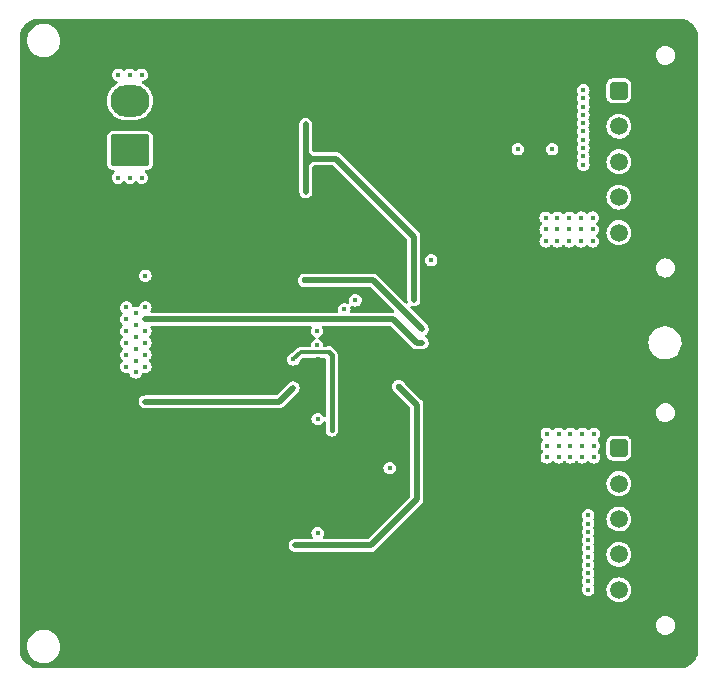
<source format=gbr>
G04 #@! TF.GenerationSoftware,KiCad,Pcbnew,(5.99.0-12889-g70df3822b5)*
G04 #@! TF.CreationDate,2021-11-21T19:13:50+08:00*
G04 #@! TF.ProjectId,Dual-Power,4475616c-2d50-46f7-9765-722e6b696361,rev?*
G04 #@! TF.SameCoordinates,Original*
G04 #@! TF.FileFunction,Copper,L3,Inr*
G04 #@! TF.FilePolarity,Positive*
%FSLAX46Y46*%
G04 Gerber Fmt 4.6, Leading zero omitted, Abs format (unit mm)*
G04 Created by KiCad (PCBNEW (5.99.0-12889-g70df3822b5)) date 2021-11-21 19:13:50*
%MOMM*%
%LPD*%
G01*
G04 APERTURE LIST*
G04 Aperture macros list*
%AMRoundRect*
0 Rectangle with rounded corners*
0 $1 Rounding radius*
0 $2 $3 $4 $5 $6 $7 $8 $9 X,Y pos of 4 corners*
0 Add a 4 corners polygon primitive as box body*
4,1,4,$2,$3,$4,$5,$6,$7,$8,$9,$2,$3,0*
0 Add four circle primitives for the rounded corners*
1,1,$1+$1,$2,$3*
1,1,$1+$1,$4,$5*
1,1,$1+$1,$6,$7*
1,1,$1+$1,$8,$9*
0 Add four rect primitives between the rounded corners*
20,1,$1+$1,$2,$3,$4,$5,0*
20,1,$1+$1,$4,$5,$6,$7,0*
20,1,$1+$1,$6,$7,$8,$9,0*
20,1,$1+$1,$8,$9,$2,$3,0*%
G04 Aperture macros list end*
G04 #@! TA.AperFunction,ComponentPad*
%ADD10RoundRect,0.250000X-0.500000X0.500000X-0.500000X-0.500000X0.500000X-0.500000X0.500000X0.500000X0*%
G04 #@! TD*
G04 #@! TA.AperFunction,ComponentPad*
%ADD11C,1.500000*%
G04 #@! TD*
G04 #@! TA.AperFunction,ComponentPad*
%ADD12RoundRect,0.250001X1.399999X-1.099999X1.399999X1.099999X-1.399999X1.099999X-1.399999X-1.099999X0*%
G04 #@! TD*
G04 #@! TA.AperFunction,ComponentPad*
%ADD13O,3.300000X2.700000*%
G04 #@! TD*
G04 #@! TA.AperFunction,ViaPad*
%ADD14C,0.500000*%
G04 #@! TD*
G04 #@! TA.AperFunction,ViaPad*
%ADD15C,0.450000*%
G04 #@! TD*
G04 #@! TA.AperFunction,ViaPad*
%ADD16C,0.550000*%
G04 #@! TD*
G04 #@! TA.AperFunction,Conductor*
%ADD17C,0.500000*%
G04 #@! TD*
G04 #@! TA.AperFunction,Conductor*
%ADD18C,0.400000*%
G04 #@! TD*
G04 #@! TA.AperFunction,Conductor*
%ADD19C,0.300000*%
G04 #@! TD*
G04 APERTURE END LIST*
D10*
G04 #@! TO.N,Vout1(12V)*
G04 #@! TO.C,J1*
X163500000Y-65860000D03*
D11*
X163500000Y-68860000D03*
X163500000Y-71860000D03*
X163500000Y-74860000D03*
X163500000Y-77860000D03*
G04 #@! TO.N,GND*
X166500000Y-65860000D03*
X166500000Y-68860000D03*
X166500000Y-71860000D03*
X166500000Y-74860000D03*
X166500000Y-77860000D03*
G04 #@! TD*
D10*
G04 #@! TO.N,Vout2(-12V)*
G04 #@! TO.C,J2*
X163500000Y-96110000D03*
D11*
X163500000Y-99110000D03*
X163500000Y-102110000D03*
X163500000Y-105110000D03*
X163500000Y-108110000D03*
G04 #@! TO.N,GND*
X166500000Y-96110000D03*
X166500000Y-99110000D03*
X166500000Y-102110000D03*
X166500000Y-105110000D03*
X166500000Y-108110000D03*
G04 #@! TD*
D12*
G04 #@! TO.N,VIN*
G04 #@! TO.C,J3*
X122100000Y-70900000D03*
D13*
X122100000Y-66700000D03*
G04 #@! TO.N,GND*
X116600000Y-70900000D03*
X116600000Y-66700000D03*
G04 #@! TD*
D14*
G04 #@! TO.N,GND*
X142400000Y-86160000D03*
X143200000Y-86160000D03*
X144000000Y-86160000D03*
X141600000Y-86960000D03*
X142400000Y-86960000D03*
X143200000Y-86960000D03*
X144000000Y-86960000D03*
X141600000Y-87760000D03*
X142400000Y-87760000D03*
X143200000Y-87760000D03*
X144000000Y-87760000D03*
X141600000Y-88560000D03*
X142400000Y-88560000D03*
X143200000Y-88560000D03*
X144000000Y-88560000D03*
D15*
X169400000Y-61800000D03*
X167400000Y-60700000D03*
X169400000Y-60700000D03*
X168400000Y-60700000D03*
X165400000Y-60700000D03*
X166400000Y-60700000D03*
X165400000Y-113800000D03*
X166400000Y-113800000D03*
X169400000Y-113800000D03*
X167400000Y-113800000D03*
X168400000Y-113800000D03*
X117400000Y-60700000D03*
X118400000Y-60700000D03*
X119400000Y-60700000D03*
X120400000Y-60700000D03*
X121400000Y-60700000D03*
X122400000Y-60700000D03*
X123400000Y-60700000D03*
X124400000Y-60700000D03*
X125400000Y-60700000D03*
X126400000Y-60700000D03*
X127400000Y-60700000D03*
X128400000Y-60700000D03*
X129400000Y-60700000D03*
X130400000Y-60700000D03*
X131400000Y-60700000D03*
X132400000Y-60700000D03*
X133400000Y-60700000D03*
X134400000Y-60700000D03*
X135400000Y-60700000D03*
X136400000Y-60700000D03*
X137400000Y-60700000D03*
X138400000Y-60700000D03*
X139400000Y-60700000D03*
X140400000Y-60700000D03*
X141400000Y-60700000D03*
X142400000Y-60700000D03*
X143400000Y-60700000D03*
X144400000Y-60700000D03*
X145400000Y-60700000D03*
X146400000Y-60700000D03*
X147400000Y-60700000D03*
X148400000Y-60700000D03*
X149400000Y-60700000D03*
X150400000Y-60700000D03*
X151400000Y-60700000D03*
X152400000Y-60700000D03*
X153400000Y-60700000D03*
X154400000Y-60700000D03*
X155400000Y-60700000D03*
X156400000Y-60700000D03*
X157400000Y-60700000D03*
X158400000Y-60700000D03*
X159400000Y-60700000D03*
X160400000Y-60700000D03*
X161400000Y-60700000D03*
X162400000Y-60700000D03*
X163400000Y-60700000D03*
X164400000Y-60700000D03*
X142400000Y-113800000D03*
X128400000Y-113800000D03*
X144400000Y-113800000D03*
X136400000Y-113800000D03*
X134400000Y-113800000D03*
X152400000Y-113800000D03*
X119400000Y-113800000D03*
X129400000Y-113800000D03*
X124400000Y-113800000D03*
X123400000Y-113800000D03*
X118400000Y-113800000D03*
X125400000Y-113800000D03*
X117400000Y-113800000D03*
X137400000Y-113800000D03*
X138400000Y-113800000D03*
X121400000Y-113800000D03*
X141400000Y-113800000D03*
X143400000Y-113800000D03*
X146400000Y-113800000D03*
X149400000Y-113800000D03*
X120400000Y-113800000D03*
X150400000Y-113800000D03*
X151400000Y-113800000D03*
X154400000Y-113800000D03*
X155400000Y-113800000D03*
X147400000Y-113800000D03*
X158400000Y-113800000D03*
X139400000Y-113800000D03*
X159400000Y-113800000D03*
X132400000Y-113800000D03*
X160400000Y-113800000D03*
X161400000Y-113800000D03*
X145400000Y-113800000D03*
X133400000Y-113800000D03*
X130400000Y-113800000D03*
X148400000Y-113800000D03*
X153400000Y-113800000D03*
X122400000Y-113800000D03*
X126400000Y-113800000D03*
X156400000Y-113800000D03*
X157400000Y-113800000D03*
X127400000Y-113800000D03*
X135400000Y-113800000D03*
X131400000Y-113800000D03*
X140400000Y-113800000D03*
X163400000Y-113800000D03*
X164400000Y-113800000D03*
X162400000Y-113800000D03*
X169400000Y-83900000D03*
X169400000Y-72900000D03*
X169400000Y-101900000D03*
X169400000Y-96900000D03*
X169400000Y-86900000D03*
X169400000Y-100900000D03*
X169400000Y-69900000D03*
X169400000Y-91900000D03*
X169400000Y-105900000D03*
X169400000Y-73900000D03*
X169400001Y-107900000D03*
X169400000Y-95900000D03*
X169400001Y-84900000D03*
X169400001Y-103900000D03*
X169400000Y-104900000D03*
X169400000Y-74900000D03*
X169400000Y-108900000D03*
X169400000Y-81900000D03*
X169400000Y-68900000D03*
X169400000Y-88900000D03*
X169400001Y-75900000D03*
X169400000Y-97900000D03*
X169400000Y-76900000D03*
X169400000Y-90900000D03*
X169400000Y-99900000D03*
X169400000Y-67900000D03*
X169400001Y-98900000D03*
X169400000Y-63900000D03*
X169400000Y-106900000D03*
X169400001Y-66900000D03*
X169400001Y-70900000D03*
X169400001Y-93900000D03*
X169400001Y-102900000D03*
X169400001Y-94900000D03*
X169400000Y-65900000D03*
X169400001Y-71900000D03*
X169400000Y-79900000D03*
X169400000Y-85900000D03*
X169400000Y-92900000D03*
X169400001Y-80900000D03*
X169400000Y-64900000D03*
X169400000Y-77900000D03*
X169400001Y-89900000D03*
X169400001Y-112900000D03*
X169400000Y-87900000D03*
X169400000Y-111900000D03*
X169400000Y-78900000D03*
X169400000Y-110900000D03*
X169400001Y-62900000D03*
X169400000Y-109900000D03*
X169400000Y-82900000D03*
D14*
X141600000Y-86160000D03*
D15*
X133750000Y-87500000D03*
X138000000Y-88600000D03*
X140600000Y-89930000D03*
X140100000Y-94350000D03*
X133750000Y-86850000D03*
X133750000Y-88150000D03*
X133750000Y-86200000D03*
G04 #@! TO.N,VIN*
X123400000Y-84200000D03*
X123400000Y-85200000D03*
X123400000Y-86200000D03*
X123400000Y-87200000D03*
X123400000Y-88200000D03*
X123400000Y-89200000D03*
X121800000Y-86200000D03*
X121800000Y-87200000D03*
X122600000Y-88700000D03*
X121800000Y-89200000D03*
X121800000Y-84200000D03*
X121800000Y-85200000D03*
X122600000Y-89700000D03*
X122600000Y-84700000D03*
X122600000Y-86700000D03*
X122600000Y-87700000D03*
X122600000Y-85700000D03*
X121800000Y-88200000D03*
X123100000Y-73199999D03*
X121100000Y-73200000D03*
X122100000Y-73200000D03*
X121100000Y-64500000D03*
X123100000Y-64499999D03*
X122100000Y-64500000D03*
X123400000Y-81500000D03*
X146849982Y-87199990D03*
X135910016Y-91010014D03*
X123400000Y-92200000D03*
G04 #@! TO.N,INTVcc*
X135950000Y-88600000D03*
X138950000Y-88000000D03*
X139200000Y-94600000D03*
G04 #@! TO.N,Vout2(-12V)*
X160400000Y-96900000D03*
X157400000Y-96900000D03*
X161400000Y-96900000D03*
X158400000Y-96900000D03*
X159400000Y-96900000D03*
X158400000Y-94900000D03*
X159400000Y-95900000D03*
X158400000Y-95900000D03*
X161400000Y-94900000D03*
X159400000Y-94900000D03*
X157400000Y-95900000D03*
X157400000Y-94900000D03*
X160400000Y-95900000D03*
X161400000Y-95900000D03*
X160400000Y-94900000D03*
X160900000Y-105300000D03*
X160900000Y-106700000D03*
X160900000Y-101800000D03*
X160900000Y-108100000D03*
X160900000Y-103200000D03*
X160900000Y-107400000D03*
X160900000Y-106000000D03*
X160900000Y-104600000D03*
X160900000Y-103900000D03*
X160900000Y-102500000D03*
X144099998Y-97800001D03*
G04 #@! TO.N,Net-(C23-Pad1)*
X147600000Y-80200000D03*
G04 #@! TO.N,Vout1(12V)*
X160500000Y-65800000D03*
X160500000Y-68600000D03*
X160500000Y-67900000D03*
X160500000Y-67200000D03*
X160500000Y-66500000D03*
X160500000Y-69300000D03*
X160500000Y-70000000D03*
X160500000Y-71400000D03*
X160500000Y-70700000D03*
X160500000Y-72100000D03*
X158300000Y-76600000D03*
X159300000Y-76600000D03*
X160300000Y-76600000D03*
X161300000Y-76600000D03*
X157300000Y-77600000D03*
X158300000Y-77600000D03*
X159300000Y-77600000D03*
X160300000Y-77600000D03*
X161300000Y-77600000D03*
X157300000Y-78600000D03*
X158300000Y-78600000D03*
X159300000Y-78600000D03*
X160300000Y-78600000D03*
X161300000Y-78600000D03*
X157300000Y-76600000D03*
X157850000Y-70800000D03*
X140250000Y-84350000D03*
G04 #@! TO.N,Net-(C25-Pad1)*
X154950000Y-70800000D03*
X141200000Y-83600000D03*
G04 #@! TO.N,Net-(D1-Pad2)*
X137940000Y-86200000D03*
G04 #@! TO.N,Net-(D2-Pad2)*
X137940000Y-87410000D03*
G04 #@! TO.N,Net-(Q1-Pad4)*
X136100000Y-104350000D03*
D16*
X144850000Y-90900000D03*
D15*
G04 #@! TO.N,Net-(Q1-Pad1)*
X138000000Y-93650000D03*
X138000000Y-103300000D03*
G04 #@! TO.N,Net-(Q2-Pad4)*
X146850000Y-86050000D03*
D16*
X136900000Y-81900000D03*
D15*
G04 #@! TO.N,Net-(Q3-Pad4)*
X137000000Y-68700000D03*
X137000000Y-74400000D03*
X146150001Y-83550005D03*
G04 #@! TD*
D17*
G04 #@! TO.N,VIN*
X123400000Y-92200000D02*
X134720030Y-92200000D01*
X146399990Y-87199990D02*
X146849982Y-87199990D01*
X144400000Y-85200000D02*
X146399990Y-87199990D01*
X123400000Y-85200000D02*
X144400000Y-85200000D01*
X134720030Y-92200000D02*
X135910016Y-91010014D01*
D18*
G04 #@! TO.N,INTVcc*
X139200000Y-88250000D02*
X139200000Y-94600000D01*
D19*
X136550000Y-88000000D02*
X135950000Y-88600000D01*
D18*
X138950000Y-88000000D02*
X139200000Y-88250000D01*
D19*
X138950000Y-88000000D02*
X136550000Y-88000000D01*
D17*
G04 #@! TO.N,Net-(Q1-Pad4)*
X136100000Y-104350000D02*
X142500000Y-104350000D01*
X146400000Y-92450000D02*
X144850000Y-90900000D01*
X146400000Y-100450000D02*
X146400000Y-92450000D01*
X142500000Y-104350000D02*
X146400000Y-100450000D01*
G04 #@! TO.N,Net-(Q2-Pad4)*
X142700000Y-81900000D02*
X146850000Y-86050000D01*
X136900000Y-81900000D02*
X142700000Y-81900000D01*
G04 #@! TO.N,Net-(Q3-Pad4)*
X137450000Y-71600000D02*
X137000000Y-72050000D01*
X137000000Y-71600000D02*
X137000000Y-74400000D01*
X137550000Y-71600000D02*
X139550000Y-71600000D01*
X137000000Y-71600000D02*
X137550000Y-71600000D01*
X137450000Y-71600000D02*
X137000000Y-71150000D01*
X137000000Y-68700000D02*
X137000000Y-71150000D01*
X137550000Y-71600000D02*
X137450000Y-71600000D01*
X137000000Y-71150000D02*
X137000000Y-71600000D01*
X139550000Y-71600000D02*
X146150001Y-78200001D01*
X146150001Y-78200001D02*
X146150001Y-83550005D01*
G04 #@! TD*
G04 #@! TA.AperFunction,Conductor*
G04 #@! TO.N,GND*
G36*
X169131133Y-59810925D02*
G01*
X169215545Y-59848916D01*
X169228804Y-59855874D01*
X169443324Y-59985555D01*
X169455647Y-59994061D01*
X169652968Y-60148652D01*
X169664176Y-60158582D01*
X169841418Y-60335824D01*
X169851348Y-60347032D01*
X170005939Y-60544353D01*
X170014445Y-60556676D01*
X170144126Y-60771196D01*
X170151084Y-60784455D01*
X170189075Y-60868867D01*
X170200000Y-60919758D01*
X170200000Y-113580242D01*
X170189075Y-113631133D01*
X170151084Y-113715545D01*
X170144126Y-113728804D01*
X170014445Y-113943324D01*
X170005941Y-113955644D01*
X169889600Y-114104143D01*
X169851348Y-114152968D01*
X169841418Y-114164176D01*
X169664176Y-114341418D01*
X169652968Y-114351348D01*
X169455647Y-114505939D01*
X169443324Y-114514445D01*
X169228804Y-114644126D01*
X169215545Y-114651084D01*
X169131133Y-114689075D01*
X169080242Y-114700000D01*
X113919758Y-114700000D01*
X113868867Y-114689075D01*
X113784455Y-114651084D01*
X113771196Y-114644126D01*
X113556676Y-114514445D01*
X113544353Y-114505939D01*
X113347032Y-114351348D01*
X113335824Y-114341418D01*
X113158582Y-114164176D01*
X113148652Y-114152968D01*
X113110400Y-114104143D01*
X112994059Y-113955644D01*
X112985555Y-113943324D01*
X112855874Y-113728804D01*
X112848916Y-113715545D01*
X112810925Y-113631133D01*
X112800000Y-113580242D01*
X112800000Y-112865665D01*
X113395119Y-112865665D01*
X113395412Y-112870747D01*
X113395412Y-112870748D01*
X113400857Y-112965181D01*
X113408376Y-113095580D01*
X113459006Y-113320242D01*
X113545649Y-113533618D01*
X113548311Y-113537962D01*
X113663317Y-113725635D01*
X113663321Y-113725640D01*
X113665979Y-113729978D01*
X113669311Y-113733824D01*
X113669312Y-113733826D01*
X113739108Y-113814400D01*
X113816763Y-113904048D01*
X113820673Y-113907294D01*
X113820677Y-113907298D01*
X113900253Y-113973363D01*
X113993953Y-114051154D01*
X114093516Y-114109334D01*
X114178287Y-114158870D01*
X114192790Y-114167345D01*
X114197543Y-114169160D01*
X114197545Y-114169161D01*
X114265584Y-114195142D01*
X114407934Y-114249501D01*
X114412920Y-114250515D01*
X114412922Y-114250516D01*
X114483822Y-114264940D01*
X114633607Y-114295414D01*
X114783235Y-114300901D01*
X114858670Y-114303667D01*
X114858673Y-114303667D01*
X114863749Y-114303853D01*
X115092178Y-114274591D01*
X115097048Y-114273130D01*
X115307892Y-114209874D01*
X115307895Y-114209873D01*
X115312761Y-114208413D01*
X115317324Y-114206177D01*
X115317328Y-114206176D01*
X115425938Y-114152968D01*
X115519574Y-114107096D01*
X115707062Y-113973363D01*
X115870190Y-113810803D01*
X116004577Y-113623783D01*
X116106615Y-113417325D01*
X116173563Y-113196975D01*
X116203622Y-112968649D01*
X116205300Y-112900000D01*
X116186430Y-112670478D01*
X116130326Y-112447120D01*
X116038496Y-112235924D01*
X116035736Y-112231658D01*
X116035733Y-112231652D01*
X115916167Y-112046832D01*
X115916165Y-112046830D01*
X115913405Y-112042563D01*
X115758412Y-111872229D01*
X115754427Y-111869082D01*
X115754424Y-111869079D01*
X115581672Y-111732648D01*
X115581673Y-111732648D01*
X115577681Y-111729496D01*
X115573235Y-111727042D01*
X115573231Y-111727039D01*
X115380520Y-111620657D01*
X115380517Y-111620656D01*
X115376065Y-111618198D01*
X115158978Y-111541323D01*
X115104575Y-111531632D01*
X114937260Y-111501829D01*
X114937255Y-111501829D01*
X114932250Y-111500937D01*
X114841875Y-111499833D01*
X114707061Y-111498185D01*
X114707059Y-111498185D01*
X114701971Y-111498123D01*
X114696942Y-111498893D01*
X114696936Y-111498893D01*
X114566950Y-111518784D01*
X114474325Y-111532958D01*
X114255424Y-111604506D01*
X114250910Y-111606856D01*
X114055664Y-111708494D01*
X114055658Y-111708498D01*
X114051149Y-111710845D01*
X114026308Y-111729496D01*
X113874315Y-111843615D01*
X113866984Y-111849119D01*
X113863469Y-111852798D01*
X113863466Y-111852800D01*
X113804256Y-111914760D01*
X113707877Y-112015616D01*
X113705013Y-112019815D01*
X113705011Y-112019817D01*
X113689495Y-112042563D01*
X113578099Y-112205863D01*
X113481136Y-112414752D01*
X113479774Y-112419662D01*
X113479774Y-112419663D01*
X113472160Y-112447120D01*
X113419592Y-112636673D01*
X113395119Y-112865665D01*
X112800000Y-112865665D01*
X112800000Y-111098753D01*
X166634514Y-111098753D01*
X166652039Y-111277486D01*
X166708726Y-111447896D01*
X166712319Y-111453829D01*
X166712320Y-111453831D01*
X166741389Y-111501829D01*
X166801759Y-111601512D01*
X166926514Y-111730699D01*
X166932308Y-111734490D01*
X166932311Y-111734493D01*
X167028213Y-111797249D01*
X167076789Y-111829036D01*
X167245116Y-111891636D01*
X167423130Y-111915388D01*
X167430031Y-111914760D01*
X167430033Y-111914760D01*
X167537744Y-111904958D01*
X167601981Y-111899112D01*
X167772782Y-111843615D01*
X167927044Y-111751657D01*
X167945068Y-111734493D01*
X168052080Y-111632587D01*
X168052082Y-111632585D01*
X168057099Y-111627807D01*
X168141391Y-111500937D01*
X168152645Y-111483999D01*
X168152646Y-111483997D01*
X168156483Y-111478222D01*
X168220257Y-111310336D01*
X168245251Y-111132493D01*
X168245565Y-111110000D01*
X168225546Y-110931528D01*
X168166485Y-110761927D01*
X168071316Y-110609625D01*
X167944770Y-110482193D01*
X167793136Y-110385963D01*
X167773219Y-110378871D01*
X167630479Y-110328043D01*
X167630475Y-110328042D01*
X167623951Y-110325719D01*
X167445624Y-110304455D01*
X167438735Y-110305179D01*
X167438732Y-110305179D01*
X167273913Y-110322502D01*
X167273911Y-110322502D01*
X167267017Y-110323227D01*
X167260456Y-110325461D01*
X167260454Y-110325461D01*
X167173718Y-110354989D01*
X167097007Y-110381103D01*
X166944045Y-110475206D01*
X166815732Y-110600859D01*
X166718446Y-110751817D01*
X166657022Y-110920578D01*
X166634514Y-111098753D01*
X112800000Y-111098753D01*
X112800000Y-108100000D01*
X160369965Y-108100000D01*
X160388026Y-108237183D01*
X160391137Y-108244694D01*
X160391138Y-108244697D01*
X160426046Y-108328973D01*
X160440976Y-108365017D01*
X160525209Y-108474791D01*
X160634982Y-108559024D01*
X160642490Y-108562134D01*
X160642492Y-108562135D01*
X160678980Y-108577248D01*
X160762817Y-108611974D01*
X160900000Y-108630035D01*
X161037183Y-108611974D01*
X161121020Y-108577248D01*
X161157508Y-108562135D01*
X161157510Y-108562134D01*
X161165018Y-108559024D01*
X161274791Y-108474791D01*
X161359024Y-108365017D01*
X161373954Y-108328973D01*
X161408862Y-108244697D01*
X161408863Y-108244694D01*
X161411974Y-108237183D01*
X161430035Y-108100000D01*
X161429411Y-108095262D01*
X162444520Y-108095262D01*
X162461759Y-108300553D01*
X162518544Y-108498586D01*
X162612712Y-108681818D01*
X162616480Y-108686572D01*
X162645402Y-108723062D01*
X162740677Y-108843270D01*
X162745296Y-108847201D01*
X162892950Y-108972865D01*
X162892955Y-108972869D01*
X162897564Y-108976791D01*
X163077398Y-109077297D01*
X163273329Y-109140959D01*
X163279347Y-109141677D01*
X163279349Y-109141677D01*
X163421410Y-109158616D01*
X163477894Y-109165351D01*
X163483938Y-109164886D01*
X163483939Y-109164886D01*
X163545266Y-109160167D01*
X163683300Y-109149546D01*
X163768596Y-109125731D01*
X163875885Y-109095776D01*
X163875889Y-109095774D01*
X163881725Y-109094145D01*
X164065610Y-109001258D01*
X164227951Y-108874424D01*
X164231907Y-108869840D01*
X164231911Y-108869837D01*
X164358602Y-108723062D01*
X164362564Y-108718472D01*
X164383387Y-108681818D01*
X164461327Y-108544618D01*
X164464323Y-108539344D01*
X164529351Y-108343863D01*
X164534823Y-108300553D01*
X164554736Y-108142919D01*
X164554736Y-108142915D01*
X164555171Y-108139474D01*
X164555583Y-108110000D01*
X164553547Y-108089232D01*
X164536072Y-107911006D01*
X164536072Y-107911004D01*
X164535480Y-107904970D01*
X164475935Y-107707749D01*
X164389240Y-107544697D01*
X164382065Y-107531203D01*
X164382064Y-107531201D01*
X164379218Y-107525849D01*
X164249011Y-107366200D01*
X164090275Y-107234882D01*
X163999665Y-107185889D01*
X163914393Y-107139783D01*
X163914391Y-107139782D01*
X163909055Y-107136897D01*
X163899991Y-107134091D01*
X163718046Y-107077770D01*
X163718047Y-107077770D01*
X163712254Y-107075977D01*
X163507369Y-107054443D01*
X163501336Y-107054992D01*
X163501332Y-107054992D01*
X163375721Y-107066424D01*
X163302203Y-107073114D01*
X163296390Y-107074825D01*
X163296389Y-107074825D01*
X163110392Y-107129567D01*
X163104572Y-107131280D01*
X163083122Y-107142494D01*
X162927374Y-107223917D01*
X162927370Y-107223920D01*
X162922002Y-107226726D01*
X162917279Y-107230523D01*
X162917278Y-107230524D01*
X162877114Y-107262817D01*
X162761447Y-107355815D01*
X162629024Y-107513630D01*
X162529776Y-107694162D01*
X162467484Y-107890532D01*
X162444520Y-108095262D01*
X161429411Y-108095262D01*
X161411974Y-107962817D01*
X161390514Y-107911006D01*
X161362135Y-107842494D01*
X161359024Y-107834983D01*
X161354075Y-107828533D01*
X161354073Y-107828530D01*
X161351740Y-107825489D01*
X161350568Y-107822458D01*
X161350011Y-107821493D01*
X161350161Y-107821406D01*
X161326543Y-107760321D01*
X161340580Y-107691876D01*
X161351740Y-107674511D01*
X161354073Y-107671470D01*
X161354075Y-107671467D01*
X161359024Y-107665017D01*
X161411974Y-107537183D01*
X161430035Y-107400000D01*
X161411974Y-107262817D01*
X161359024Y-107134983D01*
X161354075Y-107128533D01*
X161354073Y-107128530D01*
X161351740Y-107125489D01*
X161350568Y-107122458D01*
X161350011Y-107121493D01*
X161350161Y-107121406D01*
X161326543Y-107060321D01*
X161340580Y-106991876D01*
X161351740Y-106974511D01*
X161354073Y-106971470D01*
X161354075Y-106971467D01*
X161359024Y-106965017D01*
X161411974Y-106837183D01*
X161430035Y-106700000D01*
X161411974Y-106562817D01*
X161359024Y-106434983D01*
X161354075Y-106428533D01*
X161354073Y-106428530D01*
X161351740Y-106425489D01*
X161350568Y-106422458D01*
X161350011Y-106421493D01*
X161350161Y-106421406D01*
X161326543Y-106360321D01*
X161340580Y-106291876D01*
X161351740Y-106274511D01*
X161354073Y-106271470D01*
X161354075Y-106271467D01*
X161359024Y-106265017D01*
X161411974Y-106137183D01*
X161430035Y-106000000D01*
X161411974Y-105862817D01*
X161403878Y-105843270D01*
X161362135Y-105742494D01*
X161359024Y-105734983D01*
X161354075Y-105728533D01*
X161354073Y-105728530D01*
X161351740Y-105725489D01*
X161350568Y-105722458D01*
X161350011Y-105721493D01*
X161350161Y-105721406D01*
X161326543Y-105660321D01*
X161340580Y-105591876D01*
X161351740Y-105574511D01*
X161354073Y-105571470D01*
X161354075Y-105571467D01*
X161359024Y-105565017D01*
X161411974Y-105437183D01*
X161430035Y-105300000D01*
X161411974Y-105162817D01*
X161400869Y-105136005D01*
X161383992Y-105095262D01*
X162444520Y-105095262D01*
X162461759Y-105300553D01*
X162518544Y-105498586D01*
X162612712Y-105681818D01*
X162616480Y-105686572D01*
X162645402Y-105723062D01*
X162740677Y-105843270D01*
X162745296Y-105847201D01*
X162892950Y-105972865D01*
X162892955Y-105972869D01*
X162897564Y-105976791D01*
X163077398Y-106077297D01*
X163222785Y-106124536D01*
X163261708Y-106137183D01*
X163273329Y-106140959D01*
X163279347Y-106141677D01*
X163279349Y-106141677D01*
X163421410Y-106158616D01*
X163477894Y-106165351D01*
X163483938Y-106164886D01*
X163483939Y-106164886D01*
X163545266Y-106160167D01*
X163683300Y-106149546D01*
X163768596Y-106125731D01*
X163875885Y-106095776D01*
X163875889Y-106095774D01*
X163881725Y-106094145D01*
X164065610Y-106001258D01*
X164227951Y-105874424D01*
X164231907Y-105869840D01*
X164231911Y-105869837D01*
X164358602Y-105723062D01*
X164362564Y-105718472D01*
X164368443Y-105708124D01*
X164461327Y-105544618D01*
X164464323Y-105539344D01*
X164529351Y-105343863D01*
X164534823Y-105300553D01*
X164554736Y-105142919D01*
X164554736Y-105142915D01*
X164555171Y-105139474D01*
X164555583Y-105110000D01*
X164546905Y-105021493D01*
X164536072Y-104911006D01*
X164536072Y-104911004D01*
X164535480Y-104904970D01*
X164517357Y-104844943D01*
X164477688Y-104713555D01*
X164475935Y-104707749D01*
X164414359Y-104591941D01*
X164382065Y-104531203D01*
X164382064Y-104531201D01*
X164379218Y-104525849D01*
X164249011Y-104366200D01*
X164231864Y-104352015D01*
X164094946Y-104238746D01*
X164094945Y-104238745D01*
X164090275Y-104234882D01*
X163909055Y-104136897D01*
X163899991Y-104134091D01*
X163718046Y-104077770D01*
X163718047Y-104077770D01*
X163712254Y-104075977D01*
X163507369Y-104054443D01*
X163501336Y-104054992D01*
X163501332Y-104054992D01*
X163375721Y-104066424D01*
X163302203Y-104073114D01*
X163296390Y-104074825D01*
X163296389Y-104074825D01*
X163110392Y-104129567D01*
X163104572Y-104131280D01*
X163054407Y-104157506D01*
X162927374Y-104223917D01*
X162927370Y-104223920D01*
X162922002Y-104226726D01*
X162917279Y-104230523D01*
X162917278Y-104230524D01*
X162905892Y-104239679D01*
X162761447Y-104355815D01*
X162629024Y-104513630D01*
X162529776Y-104694162D01*
X162527942Y-104699944D01*
X162527941Y-104699946D01*
X162471271Y-104878594D01*
X162467484Y-104890532D01*
X162444520Y-105095262D01*
X161383992Y-105095262D01*
X161362135Y-105042494D01*
X161359024Y-105034983D01*
X161354075Y-105028533D01*
X161354073Y-105028530D01*
X161351740Y-105025489D01*
X161350568Y-105022458D01*
X161350011Y-105021493D01*
X161350161Y-105021406D01*
X161326543Y-104960321D01*
X161340580Y-104891876D01*
X161351740Y-104874511D01*
X161354073Y-104871470D01*
X161354075Y-104871467D01*
X161359024Y-104865017D01*
X161395003Y-104778156D01*
X161408862Y-104744697D01*
X161408863Y-104744694D01*
X161411974Y-104737183D01*
X161430035Y-104600000D01*
X161411974Y-104462817D01*
X161359024Y-104334983D01*
X161354075Y-104328533D01*
X161354073Y-104328530D01*
X161351740Y-104325489D01*
X161350568Y-104322458D01*
X161350011Y-104321493D01*
X161350161Y-104321406D01*
X161326543Y-104260321D01*
X161340580Y-104191876D01*
X161351740Y-104174511D01*
X161354073Y-104171470D01*
X161354075Y-104171467D01*
X161359024Y-104165017D01*
X161391892Y-104085666D01*
X161408862Y-104044697D01*
X161408863Y-104044694D01*
X161411974Y-104037183D01*
X161430035Y-103900000D01*
X161411974Y-103762817D01*
X161359024Y-103634983D01*
X161354075Y-103628533D01*
X161354073Y-103628530D01*
X161351740Y-103625489D01*
X161350568Y-103622458D01*
X161350011Y-103621493D01*
X161350161Y-103621406D01*
X161326543Y-103560321D01*
X161340580Y-103491876D01*
X161351740Y-103474511D01*
X161354073Y-103471470D01*
X161354075Y-103471467D01*
X161359024Y-103465017D01*
X161411974Y-103337183D01*
X161430035Y-103200000D01*
X161411974Y-103062817D01*
X161397775Y-103028536D01*
X161362135Y-102942494D01*
X161359024Y-102934983D01*
X161354075Y-102928533D01*
X161354073Y-102928530D01*
X161351740Y-102925489D01*
X161350568Y-102922458D01*
X161350011Y-102921493D01*
X161350161Y-102921406D01*
X161326543Y-102860321D01*
X161340580Y-102791876D01*
X161351740Y-102774511D01*
X161354073Y-102771470D01*
X161354075Y-102771467D01*
X161359024Y-102765017D01*
X161411974Y-102637183D01*
X161430035Y-102500000D01*
X161411974Y-102362817D01*
X161401633Y-102337850D01*
X161362135Y-102242494D01*
X161359024Y-102234983D01*
X161354075Y-102228533D01*
X161354073Y-102228530D01*
X161351740Y-102225489D01*
X161350568Y-102222458D01*
X161350011Y-102221493D01*
X161350161Y-102221406D01*
X161326543Y-102160321D01*
X161339886Y-102095262D01*
X162444520Y-102095262D01*
X162461759Y-102300553D01*
X162518544Y-102498586D01*
X162612712Y-102681818D01*
X162616480Y-102686572D01*
X162699359Y-102791139D01*
X162740677Y-102843270D01*
X162745296Y-102847201D01*
X162892950Y-102972865D01*
X162892955Y-102972869D01*
X162897564Y-102976791D01*
X163077398Y-103077297D01*
X163273329Y-103140959D01*
X163279347Y-103141677D01*
X163279349Y-103141677D01*
X163393626Y-103155303D01*
X163477894Y-103165351D01*
X163483938Y-103164886D01*
X163483939Y-103164886D01*
X163545266Y-103160167D01*
X163683300Y-103149546D01*
X163768596Y-103125731D01*
X163875885Y-103095776D01*
X163875889Y-103095774D01*
X163881725Y-103094145D01*
X164065610Y-103001258D01*
X164227951Y-102874424D01*
X164231907Y-102869840D01*
X164231911Y-102869837D01*
X164358602Y-102723062D01*
X164362564Y-102718472D01*
X164383387Y-102681818D01*
X164461327Y-102544618D01*
X164464323Y-102539344D01*
X164523046Y-102362817D01*
X164527439Y-102349611D01*
X164527439Y-102349610D01*
X164529351Y-102343863D01*
X164534823Y-102300553D01*
X164554736Y-102142919D01*
X164554736Y-102142915D01*
X164555171Y-102139474D01*
X164555583Y-102110000D01*
X164551805Y-102071470D01*
X164536072Y-101911006D01*
X164536072Y-101911004D01*
X164535480Y-101904970D01*
X164475935Y-101707749D01*
X164379218Y-101525849D01*
X164249011Y-101366200D01*
X164224503Y-101345925D01*
X164094946Y-101238746D01*
X164094945Y-101238745D01*
X164090275Y-101234882D01*
X163909055Y-101136897D01*
X163899991Y-101134091D01*
X163718046Y-101077770D01*
X163718047Y-101077770D01*
X163712254Y-101075977D01*
X163507369Y-101054443D01*
X163501336Y-101054992D01*
X163501332Y-101054992D01*
X163375721Y-101066424D01*
X163302203Y-101073114D01*
X163296390Y-101074825D01*
X163296389Y-101074825D01*
X163292475Y-101075977D01*
X163104572Y-101131280D01*
X163020819Y-101175065D01*
X162927374Y-101223917D01*
X162927370Y-101223920D01*
X162922002Y-101226726D01*
X162917279Y-101230523D01*
X162917278Y-101230524D01*
X162773748Y-101345925D01*
X162761447Y-101355815D01*
X162629024Y-101513630D01*
X162529776Y-101694162D01*
X162467484Y-101890532D01*
X162463156Y-101929120D01*
X162446390Y-102078594D01*
X162444520Y-102095262D01*
X161339886Y-102095262D01*
X161340580Y-102091876D01*
X161351740Y-102074511D01*
X161354073Y-102071470D01*
X161354075Y-102071467D01*
X161359024Y-102065017D01*
X161411974Y-101937183D01*
X161430035Y-101800000D01*
X161411974Y-101662817D01*
X161359024Y-101534983D01*
X161274791Y-101425209D01*
X161165018Y-101340976D01*
X161157510Y-101337866D01*
X161157508Y-101337865D01*
X161121020Y-101322752D01*
X161037183Y-101288026D01*
X160900000Y-101269965D01*
X160762817Y-101288026D01*
X160755306Y-101291137D01*
X160755303Y-101291138D01*
X160755301Y-101291139D01*
X160634983Y-101340976D01*
X160525209Y-101425209D01*
X160440976Y-101534983D01*
X160388026Y-101662817D01*
X160369965Y-101800000D01*
X160388026Y-101937183D01*
X160440976Y-102065017D01*
X160445925Y-102071467D01*
X160445927Y-102071470D01*
X160448260Y-102074511D01*
X160449432Y-102077542D01*
X160449989Y-102078507D01*
X160449839Y-102078594D01*
X160473457Y-102139679D01*
X160459420Y-102208124D01*
X160448260Y-102225489D01*
X160445927Y-102228530D01*
X160445925Y-102228533D01*
X160440976Y-102234983D01*
X160437865Y-102242494D01*
X160398368Y-102337850D01*
X160388026Y-102362817D01*
X160369965Y-102500000D01*
X160388026Y-102637183D01*
X160440976Y-102765017D01*
X160445925Y-102771467D01*
X160445927Y-102771470D01*
X160448260Y-102774511D01*
X160449432Y-102777542D01*
X160449989Y-102778507D01*
X160449839Y-102778594D01*
X160473457Y-102839679D01*
X160459420Y-102908124D01*
X160448260Y-102925489D01*
X160445927Y-102928530D01*
X160445925Y-102928533D01*
X160440976Y-102934983D01*
X160437865Y-102942494D01*
X160402226Y-103028536D01*
X160388026Y-103062817D01*
X160369965Y-103200000D01*
X160388026Y-103337183D01*
X160440976Y-103465017D01*
X160445925Y-103471467D01*
X160445927Y-103471470D01*
X160448260Y-103474511D01*
X160449432Y-103477542D01*
X160449989Y-103478507D01*
X160449839Y-103478594D01*
X160473457Y-103539679D01*
X160459420Y-103608124D01*
X160448260Y-103625489D01*
X160445927Y-103628530D01*
X160445925Y-103628533D01*
X160440976Y-103634983D01*
X160388026Y-103762817D01*
X160369965Y-103900000D01*
X160388026Y-104037183D01*
X160391137Y-104044694D01*
X160391138Y-104044697D01*
X160408108Y-104085666D01*
X160440976Y-104165017D01*
X160445925Y-104171467D01*
X160445927Y-104171470D01*
X160448260Y-104174511D01*
X160449432Y-104177542D01*
X160449989Y-104178507D01*
X160449839Y-104178594D01*
X160473457Y-104239679D01*
X160459420Y-104308124D01*
X160448260Y-104325489D01*
X160445927Y-104328530D01*
X160445925Y-104328533D01*
X160440976Y-104334983D01*
X160388026Y-104462817D01*
X160369965Y-104600000D01*
X160388026Y-104737183D01*
X160391137Y-104744694D01*
X160391138Y-104744697D01*
X160404997Y-104778156D01*
X160440976Y-104865017D01*
X160445925Y-104871467D01*
X160445927Y-104871470D01*
X160448260Y-104874511D01*
X160449432Y-104877542D01*
X160449989Y-104878507D01*
X160449839Y-104878594D01*
X160473457Y-104939679D01*
X160459420Y-105008124D01*
X160448260Y-105025489D01*
X160445927Y-105028530D01*
X160445925Y-105028533D01*
X160440976Y-105034983D01*
X160437865Y-105042494D01*
X160399132Y-105136005D01*
X160388026Y-105162817D01*
X160369965Y-105300000D01*
X160388026Y-105437183D01*
X160440976Y-105565017D01*
X160445925Y-105571467D01*
X160445927Y-105571470D01*
X160448260Y-105574511D01*
X160449432Y-105577542D01*
X160449989Y-105578507D01*
X160449839Y-105578594D01*
X160473457Y-105639679D01*
X160459420Y-105708124D01*
X160448260Y-105725489D01*
X160445927Y-105728530D01*
X160445925Y-105728533D01*
X160440976Y-105734983D01*
X160437865Y-105742494D01*
X160396123Y-105843270D01*
X160388026Y-105862817D01*
X160369965Y-106000000D01*
X160388026Y-106137183D01*
X160440976Y-106265017D01*
X160445925Y-106271467D01*
X160445927Y-106271470D01*
X160448260Y-106274511D01*
X160449432Y-106277542D01*
X160449989Y-106278507D01*
X160449839Y-106278594D01*
X160473457Y-106339679D01*
X160459420Y-106408124D01*
X160448260Y-106425489D01*
X160445927Y-106428530D01*
X160445925Y-106428533D01*
X160440976Y-106434983D01*
X160388026Y-106562817D01*
X160369965Y-106700000D01*
X160388026Y-106837183D01*
X160440976Y-106965017D01*
X160445925Y-106971467D01*
X160445927Y-106971470D01*
X160448260Y-106974511D01*
X160449432Y-106977542D01*
X160449989Y-106978507D01*
X160449839Y-106978594D01*
X160473457Y-107039679D01*
X160459420Y-107108124D01*
X160448260Y-107125489D01*
X160445927Y-107128530D01*
X160445925Y-107128533D01*
X160440976Y-107134983D01*
X160388026Y-107262817D01*
X160369965Y-107400000D01*
X160388026Y-107537183D01*
X160440976Y-107665017D01*
X160445925Y-107671467D01*
X160445927Y-107671470D01*
X160448260Y-107674511D01*
X160449432Y-107677542D01*
X160449989Y-107678507D01*
X160449839Y-107678594D01*
X160473457Y-107739679D01*
X160459420Y-107808124D01*
X160448260Y-107825489D01*
X160445927Y-107828530D01*
X160445925Y-107828533D01*
X160440976Y-107834983D01*
X160437865Y-107842494D01*
X160409487Y-107911006D01*
X160388026Y-107962817D01*
X160369965Y-108100000D01*
X112800000Y-108100000D01*
X112800000Y-104384891D01*
X135545420Y-104384891D01*
X135575233Y-104532743D01*
X135643707Y-104667132D01*
X135745799Y-104778156D01*
X135786578Y-104803440D01*
X135849776Y-104842624D01*
X135873986Y-104857635D01*
X135882101Y-104859993D01*
X135882104Y-104859994D01*
X135957330Y-104881849D01*
X136018825Y-104899715D01*
X136026324Y-104900266D01*
X136027240Y-104900333D01*
X136027242Y-104900333D01*
X136029515Y-104900500D01*
X142485043Y-104900500D01*
X142490236Y-104900609D01*
X142543846Y-104902856D01*
X142543847Y-104902856D01*
X142552294Y-104903210D01*
X142560525Y-104901279D01*
X142560529Y-104901279D01*
X142594747Y-104893253D01*
X142606232Y-104891124D01*
X142624088Y-104888678D01*
X142641060Y-104886353D01*
X142641061Y-104886353D01*
X142649432Y-104885206D01*
X142663390Y-104879166D01*
X142684325Y-104872242D01*
X142690903Y-104870699D01*
X142699136Y-104868768D01*
X142737348Y-104847761D01*
X142747835Y-104842624D01*
X142780097Y-104828663D01*
X142780102Y-104828660D01*
X142787855Y-104825305D01*
X142794421Y-104819988D01*
X142794423Y-104819987D01*
X142799676Y-104815733D01*
X142817965Y-104803443D01*
X142831308Y-104796107D01*
X142839422Y-104789103D01*
X142864034Y-104764491D01*
X142873679Y-104755806D01*
X142896676Y-104737183D01*
X142905070Y-104730386D01*
X142916064Y-104714916D01*
X142929459Y-104699066D01*
X146778666Y-100849858D01*
X146782414Y-100846263D01*
X146821935Y-100809922D01*
X146821937Y-100809920D01*
X146828156Y-100804201D01*
X146851136Y-100767138D01*
X146857753Y-100757510D01*
X146879002Y-100729516D01*
X146879004Y-100729513D01*
X146884112Y-100722783D01*
X146887223Y-100714925D01*
X146887226Y-100714920D01*
X146889710Y-100708645D01*
X146899618Y-100688944D01*
X146903180Y-100683199D01*
X146907635Y-100676014D01*
X146919800Y-100634142D01*
X146923584Y-100623091D01*
X146936524Y-100590408D01*
X146936525Y-100590405D01*
X146939636Y-100582547D01*
X146941226Y-100567418D01*
X146945471Y-100545784D01*
X146947901Y-100537419D01*
X146949715Y-100531175D01*
X146950500Y-100520485D01*
X146950500Y-100485678D01*
X146951179Y-100472717D01*
X146954518Y-100440952D01*
X146954518Y-100440949D01*
X146955401Y-100432546D01*
X146952236Y-100413833D01*
X146950500Y-100393154D01*
X146950500Y-99095262D01*
X162444520Y-99095262D01*
X162461759Y-99300553D01*
X162518544Y-99498586D01*
X162612712Y-99681818D01*
X162616480Y-99686572D01*
X162645402Y-99723062D01*
X162740677Y-99843270D01*
X162745296Y-99847201D01*
X162892950Y-99972865D01*
X162892955Y-99972869D01*
X162897564Y-99976791D01*
X163077398Y-100077297D01*
X163273329Y-100140959D01*
X163279347Y-100141677D01*
X163279349Y-100141677D01*
X163421410Y-100158616D01*
X163477894Y-100165351D01*
X163483938Y-100164886D01*
X163483939Y-100164886D01*
X163545266Y-100160167D01*
X163683300Y-100149546D01*
X163768596Y-100125731D01*
X163875885Y-100095776D01*
X163875889Y-100095774D01*
X163881725Y-100094145D01*
X164065610Y-100001258D01*
X164227951Y-99874424D01*
X164231907Y-99869840D01*
X164231911Y-99869837D01*
X164358602Y-99723062D01*
X164362564Y-99718472D01*
X164383387Y-99681818D01*
X164461327Y-99544618D01*
X164464323Y-99539344D01*
X164529351Y-99343863D01*
X164534823Y-99300553D01*
X164554736Y-99142919D01*
X164554736Y-99142915D01*
X164555171Y-99139474D01*
X164555583Y-99110000D01*
X164535480Y-98904970D01*
X164475935Y-98707749D01*
X164379218Y-98525849D01*
X164249011Y-98366200D01*
X164183464Y-98311975D01*
X164094946Y-98238746D01*
X164094945Y-98238745D01*
X164090275Y-98234882D01*
X163909055Y-98136897D01*
X163899991Y-98134091D01*
X163718046Y-98077770D01*
X163718047Y-98077770D01*
X163712254Y-98075977D01*
X163507369Y-98054443D01*
X163501336Y-98054992D01*
X163501332Y-98054992D01*
X163375721Y-98066424D01*
X163302203Y-98073114D01*
X163296390Y-98074825D01*
X163296389Y-98074825D01*
X163292475Y-98075977D01*
X163104572Y-98131280D01*
X163033668Y-98168348D01*
X162927374Y-98223917D01*
X162927370Y-98223920D01*
X162922002Y-98226726D01*
X162917279Y-98230523D01*
X162917278Y-98230524D01*
X162793510Y-98330036D01*
X162761447Y-98355815D01*
X162629024Y-98513630D01*
X162529776Y-98694162D01*
X162467484Y-98890532D01*
X162444520Y-99095262D01*
X146950500Y-99095262D01*
X146950500Y-96900000D01*
X156869965Y-96900000D01*
X156888026Y-97037183D01*
X156940976Y-97165017D01*
X157025209Y-97274791D01*
X157134982Y-97359024D01*
X157142490Y-97362134D01*
X157142492Y-97362135D01*
X157178980Y-97377248D01*
X157262817Y-97411974D01*
X157400000Y-97430035D01*
X157537183Y-97411974D01*
X157621020Y-97377248D01*
X157657508Y-97362135D01*
X157657510Y-97362134D01*
X157665018Y-97359024D01*
X157774791Y-97274791D01*
X157779736Y-97268347D01*
X157779740Y-97268343D01*
X157801625Y-97239822D01*
X157858053Y-97198620D01*
X157927799Y-97194465D01*
X157988719Y-97228678D01*
X157998375Y-97239822D01*
X158020260Y-97268343D01*
X158020264Y-97268347D01*
X158025209Y-97274791D01*
X158134982Y-97359024D01*
X158142490Y-97362134D01*
X158142492Y-97362135D01*
X158178980Y-97377248D01*
X158262817Y-97411974D01*
X158400000Y-97430035D01*
X158537183Y-97411974D01*
X158621020Y-97377248D01*
X158657508Y-97362135D01*
X158657510Y-97362134D01*
X158665018Y-97359024D01*
X158774791Y-97274791D01*
X158779736Y-97268347D01*
X158779740Y-97268343D01*
X158801625Y-97239822D01*
X158858053Y-97198620D01*
X158927799Y-97194465D01*
X158988719Y-97228678D01*
X158998375Y-97239822D01*
X159020260Y-97268343D01*
X159020264Y-97268347D01*
X159025209Y-97274791D01*
X159134982Y-97359024D01*
X159142490Y-97362134D01*
X159142492Y-97362135D01*
X159178980Y-97377248D01*
X159262817Y-97411974D01*
X159400000Y-97430035D01*
X159537183Y-97411974D01*
X159621020Y-97377248D01*
X159657508Y-97362135D01*
X159657510Y-97362134D01*
X159665018Y-97359024D01*
X159774791Y-97274791D01*
X159779736Y-97268347D01*
X159779740Y-97268343D01*
X159801625Y-97239822D01*
X159858053Y-97198620D01*
X159927799Y-97194465D01*
X159988719Y-97228678D01*
X159998375Y-97239822D01*
X160020260Y-97268343D01*
X160020264Y-97268347D01*
X160025209Y-97274791D01*
X160134982Y-97359024D01*
X160142490Y-97362134D01*
X160142492Y-97362135D01*
X160178980Y-97377248D01*
X160262817Y-97411974D01*
X160400000Y-97430035D01*
X160537183Y-97411974D01*
X160621020Y-97377248D01*
X160657508Y-97362135D01*
X160657510Y-97362134D01*
X160665018Y-97359024D01*
X160774791Y-97274791D01*
X160779736Y-97268347D01*
X160779740Y-97268343D01*
X160801625Y-97239822D01*
X160858053Y-97198620D01*
X160927799Y-97194465D01*
X160988719Y-97228678D01*
X160998375Y-97239822D01*
X161020260Y-97268343D01*
X161020264Y-97268347D01*
X161025209Y-97274791D01*
X161134982Y-97359024D01*
X161142490Y-97362134D01*
X161142492Y-97362135D01*
X161178980Y-97377248D01*
X161262817Y-97411974D01*
X161400000Y-97430035D01*
X161537183Y-97411974D01*
X161621020Y-97377248D01*
X161657508Y-97362135D01*
X161657510Y-97362134D01*
X161665018Y-97359024D01*
X161774791Y-97274791D01*
X161859024Y-97165017D01*
X161911974Y-97037183D01*
X161930035Y-96900000D01*
X161911974Y-96762817D01*
X161900304Y-96734641D01*
X161866392Y-96652772D01*
X162449500Y-96652772D01*
X162449948Y-96656473D01*
X162459319Y-96733909D01*
X162460364Y-96742547D01*
X162515887Y-96882783D01*
X162520999Y-96889517D01*
X162520999Y-96889518D01*
X162601968Y-96996190D01*
X162607078Y-97002922D01*
X162613810Y-97008032D01*
X162690300Y-97066091D01*
X162727217Y-97094113D01*
X162735078Y-97097225D01*
X162735079Y-97097226D01*
X162860047Y-97146704D01*
X162860049Y-97146704D01*
X162867453Y-97149636D01*
X162875357Y-97150592D01*
X162875359Y-97150593D01*
X162928073Y-97156972D01*
X162957228Y-97160500D01*
X164042772Y-97160500D01*
X164071927Y-97156972D01*
X164124641Y-97150593D01*
X164124643Y-97150592D01*
X164132547Y-97149636D01*
X164139951Y-97146704D01*
X164139953Y-97146704D01*
X164264921Y-97097226D01*
X164264922Y-97097225D01*
X164272783Y-97094113D01*
X164309701Y-97066091D01*
X164386190Y-97008032D01*
X164392922Y-97002922D01*
X164398032Y-96996190D01*
X164479001Y-96889518D01*
X164479001Y-96889517D01*
X164484113Y-96882783D01*
X164539636Y-96742547D01*
X164540682Y-96733909D01*
X164550052Y-96656473D01*
X164550500Y-96652772D01*
X164550500Y-95567228D01*
X164542168Y-95498375D01*
X164540593Y-95485359D01*
X164540592Y-95485357D01*
X164539636Y-95477453D01*
X164519977Y-95427799D01*
X164487226Y-95345079D01*
X164487225Y-95345078D01*
X164484113Y-95337217D01*
X164464427Y-95311281D01*
X164398032Y-95223810D01*
X164392922Y-95217078D01*
X164272783Y-95125887D01*
X164264922Y-95122775D01*
X164264921Y-95122774D01*
X164139953Y-95073296D01*
X164139951Y-95073296D01*
X164132547Y-95070364D01*
X164124643Y-95069408D01*
X164124641Y-95069407D01*
X164064546Y-95062135D01*
X164042772Y-95059500D01*
X162957228Y-95059500D01*
X162935454Y-95062135D01*
X162875359Y-95069407D01*
X162875357Y-95069408D01*
X162867453Y-95070364D01*
X162860049Y-95073296D01*
X162860047Y-95073296D01*
X162735079Y-95122774D01*
X162735078Y-95122775D01*
X162727217Y-95125887D01*
X162607078Y-95217078D01*
X162601968Y-95223810D01*
X162535574Y-95311281D01*
X162515887Y-95337217D01*
X162512775Y-95345078D01*
X162512774Y-95345079D01*
X162480023Y-95427799D01*
X162460364Y-95477453D01*
X162459408Y-95485357D01*
X162459407Y-95485359D01*
X162457832Y-95498375D01*
X162449500Y-95567228D01*
X162449500Y-96652772D01*
X161866392Y-96652772D01*
X161862135Y-96642494D01*
X161859024Y-96634983D01*
X161774791Y-96525209D01*
X161739821Y-96498375D01*
X161698618Y-96441947D01*
X161694464Y-96372201D01*
X161728677Y-96311281D01*
X161739821Y-96301625D01*
X161768345Y-96279737D01*
X161774791Y-96274791D01*
X161859024Y-96165017D01*
X161911974Y-96037183D01*
X161930035Y-95900000D01*
X161911974Y-95762817D01*
X161859024Y-95634983D01*
X161774791Y-95525209D01*
X161739821Y-95498375D01*
X161698618Y-95441947D01*
X161694464Y-95372201D01*
X161728677Y-95311281D01*
X161739821Y-95301625D01*
X161768345Y-95279737D01*
X161774791Y-95274791D01*
X161859024Y-95165017D01*
X161902730Y-95059500D01*
X161908862Y-95044697D01*
X161908863Y-95044694D01*
X161911974Y-95037183D01*
X161930035Y-94900000D01*
X161911974Y-94762817D01*
X161898017Y-94729120D01*
X161862135Y-94642494D01*
X161859024Y-94634983D01*
X161774791Y-94525209D01*
X161665018Y-94440976D01*
X161657510Y-94437866D01*
X161657508Y-94437865D01*
X161591325Y-94410452D01*
X161537183Y-94388026D01*
X161400000Y-94369965D01*
X161262817Y-94388026D01*
X161255306Y-94391137D01*
X161255303Y-94391138D01*
X161255301Y-94391139D01*
X161134983Y-94440976D01*
X161025209Y-94525209D01*
X161020265Y-94531652D01*
X161020261Y-94531656D01*
X160998375Y-94560178D01*
X160941947Y-94601380D01*
X160872201Y-94605535D01*
X160811281Y-94571322D01*
X160801625Y-94560178D01*
X160779740Y-94531657D01*
X160779735Y-94531652D01*
X160774791Y-94525209D01*
X160665018Y-94440976D01*
X160657510Y-94437866D01*
X160657508Y-94437865D01*
X160591325Y-94410452D01*
X160537183Y-94388026D01*
X160400000Y-94369965D01*
X160262817Y-94388026D01*
X160255306Y-94391137D01*
X160255303Y-94391138D01*
X160255301Y-94391139D01*
X160134983Y-94440976D01*
X160025209Y-94525209D01*
X160020265Y-94531652D01*
X160020261Y-94531656D01*
X159998375Y-94560178D01*
X159941947Y-94601380D01*
X159872201Y-94605535D01*
X159811281Y-94571322D01*
X159801625Y-94560178D01*
X159779740Y-94531657D01*
X159779735Y-94531652D01*
X159774791Y-94525209D01*
X159665018Y-94440976D01*
X159657510Y-94437866D01*
X159657508Y-94437865D01*
X159591325Y-94410452D01*
X159537183Y-94388026D01*
X159400000Y-94369965D01*
X159262817Y-94388026D01*
X159255306Y-94391137D01*
X159255303Y-94391138D01*
X159255301Y-94391139D01*
X159134983Y-94440976D01*
X159025209Y-94525209D01*
X159020265Y-94531652D01*
X159020261Y-94531656D01*
X158998375Y-94560178D01*
X158941947Y-94601380D01*
X158872201Y-94605535D01*
X158811281Y-94571322D01*
X158801625Y-94560178D01*
X158779740Y-94531657D01*
X158779735Y-94531652D01*
X158774791Y-94525209D01*
X158665018Y-94440976D01*
X158657510Y-94437866D01*
X158657508Y-94437865D01*
X158591325Y-94410452D01*
X158537183Y-94388026D01*
X158400000Y-94369965D01*
X158262817Y-94388026D01*
X158255306Y-94391137D01*
X158255303Y-94391138D01*
X158255301Y-94391139D01*
X158134983Y-94440976D01*
X158025209Y-94525209D01*
X158020265Y-94531652D01*
X158020261Y-94531656D01*
X157998375Y-94560178D01*
X157941947Y-94601380D01*
X157872201Y-94605535D01*
X157811281Y-94571322D01*
X157801625Y-94560178D01*
X157779740Y-94531657D01*
X157779735Y-94531652D01*
X157774791Y-94525209D01*
X157665018Y-94440976D01*
X157657510Y-94437866D01*
X157657508Y-94437865D01*
X157591325Y-94410452D01*
X157537183Y-94388026D01*
X157400000Y-94369965D01*
X157262817Y-94388026D01*
X157255306Y-94391137D01*
X157255303Y-94391138D01*
X157255301Y-94391139D01*
X157134983Y-94440976D01*
X157025209Y-94525209D01*
X156940976Y-94634983D01*
X156937865Y-94642494D01*
X156901984Y-94729120D01*
X156888026Y-94762817D01*
X156869965Y-94900000D01*
X156888026Y-95037183D01*
X156891137Y-95044694D01*
X156891138Y-95044697D01*
X156897270Y-95059500D01*
X156940976Y-95165017D01*
X157025209Y-95274791D01*
X157031655Y-95279737D01*
X157060179Y-95301625D01*
X157101382Y-95358053D01*
X157105536Y-95427799D01*
X157071323Y-95488719D01*
X157060178Y-95498376D01*
X157031654Y-95520263D01*
X157031652Y-95520265D01*
X157025209Y-95525209D01*
X157020265Y-95531652D01*
X156990106Y-95570956D01*
X156940976Y-95634983D01*
X156888026Y-95762817D01*
X156869965Y-95900000D01*
X156888026Y-96037183D01*
X156940976Y-96165017D01*
X157025209Y-96274791D01*
X157031655Y-96279737D01*
X157060179Y-96301625D01*
X157101382Y-96358053D01*
X157105536Y-96427799D01*
X157071323Y-96488719D01*
X157060178Y-96498376D01*
X157031654Y-96520263D01*
X157031652Y-96520265D01*
X157025209Y-96525209D01*
X156940976Y-96634983D01*
X156937865Y-96642494D01*
X156899697Y-96734641D01*
X156888026Y-96762817D01*
X156869965Y-96900000D01*
X146950500Y-96900000D01*
X146950500Y-93098753D01*
X166634514Y-93098753D01*
X166652039Y-93277486D01*
X166708726Y-93447896D01*
X166712319Y-93453829D01*
X166712320Y-93453831D01*
X166798168Y-93595583D01*
X166801759Y-93601512D01*
X166926514Y-93730699D01*
X166932308Y-93734490D01*
X166932311Y-93734493D01*
X167000509Y-93779120D01*
X167076789Y-93829036D01*
X167245116Y-93891636D01*
X167423130Y-93915388D01*
X167430031Y-93914760D01*
X167430033Y-93914760D01*
X167537744Y-93904958D01*
X167601981Y-93899112D01*
X167772782Y-93843615D01*
X167927044Y-93751657D01*
X167954286Y-93725715D01*
X168052080Y-93632587D01*
X168052082Y-93632585D01*
X168057099Y-93627807D01*
X168133498Y-93512817D01*
X168152645Y-93483999D01*
X168152646Y-93483997D01*
X168156483Y-93478222D01*
X168220257Y-93310336D01*
X168245251Y-93132493D01*
X168245565Y-93110000D01*
X168225546Y-92931528D01*
X168166485Y-92761927D01*
X168071316Y-92609625D01*
X167979466Y-92517132D01*
X167949653Y-92487110D01*
X167949652Y-92487109D01*
X167944770Y-92482193D01*
X167793136Y-92385963D01*
X167760818Y-92374455D01*
X167630479Y-92328043D01*
X167630475Y-92328042D01*
X167623951Y-92325719D01*
X167445624Y-92304455D01*
X167438735Y-92305179D01*
X167438732Y-92305179D01*
X167273913Y-92322502D01*
X167273911Y-92322502D01*
X167267017Y-92323227D01*
X167260456Y-92325461D01*
X167260454Y-92325461D01*
X167206690Y-92343764D01*
X167097007Y-92381103D01*
X167091105Y-92384734D01*
X166964918Y-92462365D01*
X166944045Y-92475206D01*
X166815732Y-92600859D01*
X166771182Y-92669987D01*
X166731315Y-92731849D01*
X166718446Y-92751817D01*
X166657022Y-92920578D01*
X166634514Y-93098753D01*
X146950500Y-93098753D01*
X146950500Y-92464957D01*
X146950609Y-92459764D01*
X146952856Y-92406154D01*
X146952856Y-92406153D01*
X146953210Y-92397706D01*
X146951279Y-92389475D01*
X146951279Y-92389471D01*
X146943253Y-92355253D01*
X146941123Y-92343764D01*
X146936353Y-92308940D01*
X146936353Y-92308939D01*
X146935206Y-92300568D01*
X146929166Y-92286610D01*
X146922242Y-92265675D01*
X146920699Y-92259097D01*
X146918768Y-92250864D01*
X146897761Y-92212652D01*
X146892624Y-92202165D01*
X146878663Y-92169903D01*
X146878660Y-92169898D01*
X146875305Y-92162145D01*
X146865733Y-92150324D01*
X146853440Y-92132031D01*
X146846107Y-92118692D01*
X146839103Y-92110578D01*
X146814491Y-92085966D01*
X146805806Y-92076321D01*
X146785705Y-92051499D01*
X146780386Y-92044930D01*
X146764916Y-92033936D01*
X146749066Y-92020541D01*
X145380326Y-90651802D01*
X145361377Y-90623442D01*
X145359870Y-90624312D01*
X145355808Y-90617276D01*
X145352698Y-90609767D01*
X145275936Y-90509729D01*
X145265395Y-90495992D01*
X145260451Y-90489549D01*
X145218239Y-90457158D01*
X145146680Y-90402249D01*
X145140233Y-90397302D01*
X145070235Y-90368308D01*
X145007745Y-90342423D01*
X145007743Y-90342422D01*
X145000236Y-90339313D01*
X144850000Y-90319534D01*
X144699764Y-90339313D01*
X144692257Y-90342422D01*
X144692255Y-90342423D01*
X144629765Y-90368308D01*
X144559767Y-90397302D01*
X144553320Y-90402249D01*
X144481762Y-90457158D01*
X144439549Y-90489549D01*
X144434605Y-90495992D01*
X144424064Y-90509729D01*
X144347302Y-90609767D01*
X144318307Y-90679766D01*
X144309523Y-90700974D01*
X144289313Y-90749764D01*
X144269534Y-90900000D01*
X144289313Y-91050236D01*
X144347302Y-91190233D01*
X144439549Y-91310451D01*
X144559767Y-91402698D01*
X144567272Y-91405807D01*
X144574313Y-91409872D01*
X144573444Y-91411377D01*
X144601802Y-91430327D01*
X145216406Y-92044930D01*
X145813181Y-92641705D01*
X145846666Y-92703028D01*
X145849500Y-92729386D01*
X145849500Y-100170613D01*
X145829815Y-100237652D01*
X145813181Y-100258294D01*
X142308295Y-103763181D01*
X142246972Y-103796666D01*
X142220614Y-103799500D01*
X138530546Y-103799500D01*
X138463507Y-103779815D01*
X138417752Y-103727011D01*
X138407808Y-103657853D01*
X138432171Y-103600012D01*
X138454077Y-103571465D01*
X138454079Y-103571461D01*
X138459024Y-103565017D01*
X138495257Y-103477542D01*
X138508862Y-103444697D01*
X138508863Y-103444694D01*
X138511974Y-103437183D01*
X138530035Y-103300000D01*
X138511974Y-103162817D01*
X138502921Y-103140959D01*
X138462135Y-103042494D01*
X138459024Y-103034983D01*
X138374791Y-102925209D01*
X138265018Y-102840976D01*
X138257510Y-102837866D01*
X138257508Y-102837865D01*
X138221020Y-102822752D01*
X138137183Y-102788026D01*
X138000000Y-102769965D01*
X137862817Y-102788026D01*
X137855306Y-102791137D01*
X137855303Y-102791138D01*
X137771027Y-102826046D01*
X137734983Y-102840976D01*
X137625209Y-102925209D01*
X137620265Y-102931652D01*
X137583360Y-102979747D01*
X137540976Y-103034983D01*
X137537865Y-103042494D01*
X137497080Y-103140959D01*
X137488026Y-103162817D01*
X137469965Y-103300000D01*
X137488026Y-103437183D01*
X137491137Y-103444694D01*
X137491138Y-103444697D01*
X137504743Y-103477542D01*
X137540976Y-103565017D01*
X137545921Y-103571461D01*
X137545923Y-103571465D01*
X137567829Y-103600012D01*
X137593024Y-103665181D01*
X137578986Y-103733626D01*
X137530173Y-103783617D01*
X137469454Y-103799500D01*
X136062215Y-103799500D01*
X135987045Y-103809797D01*
X135958940Y-103813647D01*
X135958939Y-103813647D01*
X135950568Y-103814794D01*
X135812145Y-103874695D01*
X135694930Y-103969614D01*
X135607558Y-104092558D01*
X135591595Y-104136897D01*
X135560266Y-104223917D01*
X135556467Y-104234468D01*
X135545420Y-104384891D01*
X112800000Y-104384891D01*
X112800000Y-97800001D01*
X143569963Y-97800001D01*
X143588024Y-97937184D01*
X143640974Y-98065018D01*
X143725207Y-98174792D01*
X143834980Y-98259025D01*
X143842488Y-98262135D01*
X143842490Y-98262136D01*
X143878978Y-98277249D01*
X143962815Y-98311975D01*
X144099998Y-98330036D01*
X144237181Y-98311975D01*
X144321018Y-98277249D01*
X144357506Y-98262136D01*
X144357508Y-98262135D01*
X144365016Y-98259025D01*
X144474789Y-98174792D01*
X144559022Y-98065018D01*
X144611972Y-97937184D01*
X144630033Y-97800001D01*
X144611972Y-97662818D01*
X144559022Y-97534984D01*
X144474789Y-97425210D01*
X144365016Y-97340977D01*
X144357508Y-97337867D01*
X144357506Y-97337866D01*
X144321018Y-97322753D01*
X144237181Y-97288027D01*
X144099998Y-97269966D01*
X143962815Y-97288027D01*
X143955304Y-97291138D01*
X143955301Y-97291139D01*
X143955299Y-97291140D01*
X143834981Y-97340977D01*
X143828534Y-97345924D01*
X143807408Y-97362135D01*
X143725207Y-97425210D01*
X143640974Y-97534984D01*
X143588024Y-97662818D01*
X143569963Y-97800001D01*
X112800000Y-97800001D01*
X112800000Y-92234891D01*
X122845420Y-92234891D01*
X122875233Y-92382743D01*
X122943707Y-92517132D01*
X123001872Y-92580386D01*
X123026054Y-92606683D01*
X123045799Y-92628156D01*
X123086578Y-92653440D01*
X123166556Y-92703028D01*
X123173986Y-92707635D01*
X123182101Y-92709993D01*
X123182104Y-92709994D01*
X123257330Y-92731849D01*
X123318825Y-92749715D01*
X123326324Y-92750266D01*
X123327240Y-92750333D01*
X123327242Y-92750333D01*
X123329515Y-92750500D01*
X134705073Y-92750500D01*
X134710266Y-92750609D01*
X134763876Y-92752856D01*
X134763877Y-92752856D01*
X134772324Y-92753210D01*
X134780555Y-92751279D01*
X134780559Y-92751279D01*
X134814777Y-92743253D01*
X134826262Y-92741124D01*
X134844118Y-92738678D01*
X134861090Y-92736353D01*
X134861091Y-92736353D01*
X134869462Y-92735206D01*
X134883420Y-92729166D01*
X134904355Y-92722242D01*
X134910933Y-92720699D01*
X134919166Y-92718768D01*
X134957378Y-92697761D01*
X134967865Y-92692624D01*
X135000127Y-92678663D01*
X135000132Y-92678660D01*
X135007885Y-92675305D01*
X135014451Y-92669988D01*
X135014453Y-92669987D01*
X135019706Y-92665733D01*
X135037995Y-92653443D01*
X135051338Y-92646107D01*
X135059452Y-92639103D01*
X135084064Y-92614491D01*
X135093709Y-92605806D01*
X135099818Y-92600859D01*
X135125100Y-92580386D01*
X135136094Y-92564916D01*
X135149489Y-92549066D01*
X136323005Y-91375549D01*
X136325996Y-91372558D01*
X136328549Y-91369195D01*
X136328553Y-91369190D01*
X136389016Y-91289533D01*
X136389017Y-91289532D01*
X136394128Y-91282798D01*
X136449651Y-91142561D01*
X136465417Y-90992560D01*
X136440264Y-90843844D01*
X136436667Y-90836199D01*
X136379644Y-90715019D01*
X136379642Y-90715016D01*
X136376045Y-90707372D01*
X136298277Y-90617276D01*
X136283012Y-90599591D01*
X136283011Y-90599590D01*
X136277491Y-90593195D01*
X136233410Y-90563908D01*
X136158903Y-90514406D01*
X136158901Y-90514405D01*
X136151863Y-90509729D01*
X136143827Y-90507118D01*
X136143825Y-90507117D01*
X136074540Y-90484605D01*
X136008417Y-90463120D01*
X135999975Y-90462766D01*
X135999974Y-90462766D01*
X135866170Y-90457158D01*
X135866169Y-90457158D01*
X135857722Y-90456804D01*
X135849495Y-90458734D01*
X135849492Y-90458734D01*
X135719108Y-90489316D01*
X135710880Y-90491246D01*
X135703475Y-90495317D01*
X135703472Y-90495318D01*
X135584403Y-90560777D01*
X135578708Y-90563908D01*
X135570594Y-90570912D01*
X134528325Y-91613181D01*
X134467002Y-91646666D01*
X134440644Y-91649500D01*
X123362215Y-91649500D01*
X123287045Y-91659797D01*
X123258940Y-91663647D01*
X123258939Y-91663647D01*
X123250568Y-91664794D01*
X123112145Y-91724695D01*
X122994930Y-91819614D01*
X122907558Y-91942558D01*
X122904694Y-91950514D01*
X122868337Y-92051499D01*
X122856467Y-92084468D01*
X122845420Y-92234891D01*
X112800000Y-92234891D01*
X112800000Y-89200000D01*
X121269965Y-89200000D01*
X121288026Y-89337183D01*
X121340976Y-89465017D01*
X121425209Y-89574791D01*
X121534982Y-89659024D01*
X121542490Y-89662134D01*
X121542492Y-89662135D01*
X121578980Y-89677248D01*
X121662817Y-89711974D01*
X121800000Y-89730035D01*
X121808059Y-89728974D01*
X121929125Y-89713035D01*
X121929126Y-89713035D01*
X121937183Y-89711974D01*
X121937305Y-89712902D01*
X122000098Y-89714397D01*
X122057960Y-89753560D01*
X122085280Y-89816325D01*
X122088026Y-89837183D01*
X122140976Y-89965017D01*
X122225209Y-90074791D01*
X122334982Y-90159024D01*
X122342490Y-90162134D01*
X122342492Y-90162135D01*
X122378980Y-90177248D01*
X122462817Y-90211974D01*
X122600000Y-90230035D01*
X122737183Y-90211974D01*
X122821020Y-90177248D01*
X122857508Y-90162135D01*
X122857510Y-90162134D01*
X122865018Y-90159024D01*
X122974791Y-90074791D01*
X123059024Y-89965017D01*
X123111974Y-89837183D01*
X123114720Y-89816325D01*
X123142985Y-89752428D01*
X123201309Y-89713956D01*
X123262700Y-89712860D01*
X123262817Y-89711974D01*
X123270874Y-89713035D01*
X123270875Y-89713035D01*
X123391941Y-89728974D01*
X123400000Y-89730035D01*
X123537183Y-89711974D01*
X123621020Y-89677248D01*
X123657508Y-89662135D01*
X123657510Y-89662134D01*
X123665018Y-89659024D01*
X123774791Y-89574791D01*
X123859024Y-89465017D01*
X123911974Y-89337183D01*
X123930035Y-89200000D01*
X123911974Y-89062817D01*
X123859024Y-88934983D01*
X123774791Y-88825209D01*
X123739821Y-88798375D01*
X123698618Y-88741947D01*
X123694464Y-88672201D01*
X123728677Y-88611281D01*
X123739821Y-88601625D01*
X123768345Y-88579737D01*
X123774791Y-88574791D01*
X123859024Y-88465017D01*
X123911974Y-88337183D01*
X123930035Y-88200000D01*
X123911974Y-88062817D01*
X123887166Y-88002923D01*
X123862135Y-87942494D01*
X123859024Y-87934983D01*
X123774791Y-87825209D01*
X123739821Y-87798375D01*
X123698618Y-87741947D01*
X123694464Y-87672201D01*
X123728677Y-87611281D01*
X123739821Y-87601625D01*
X123760581Y-87585695D01*
X123774791Y-87574791D01*
X123859024Y-87465017D01*
X123885729Y-87400544D01*
X123908862Y-87344697D01*
X123908863Y-87344694D01*
X123911974Y-87337183D01*
X123930035Y-87200000D01*
X123911974Y-87062817D01*
X123903208Y-87041652D01*
X123867698Y-86955925D01*
X123859024Y-86934983D01*
X123774791Y-86825209D01*
X123739821Y-86798375D01*
X123698618Y-86741947D01*
X123694464Y-86672201D01*
X123728677Y-86611281D01*
X123739821Y-86601625D01*
X123768345Y-86579737D01*
X123774791Y-86574791D01*
X123859024Y-86465017D01*
X123873954Y-86428973D01*
X123908862Y-86344697D01*
X123908863Y-86344694D01*
X123911974Y-86337183D01*
X123930035Y-86200000D01*
X123911974Y-86062817D01*
X123897155Y-86027039D01*
X123862135Y-85942494D01*
X123859024Y-85934983D01*
X123857974Y-85933614D01*
X123842203Y-85868597D01*
X123865056Y-85802570D01*
X123919979Y-85759381D01*
X123966062Y-85750500D01*
X137373938Y-85750500D01*
X137440977Y-85770185D01*
X137486732Y-85822989D01*
X137496676Y-85892147D01*
X137482570Y-85932906D01*
X137480976Y-85934983D01*
X137477865Y-85942494D01*
X137442846Y-86027039D01*
X137428026Y-86062817D01*
X137409965Y-86200000D01*
X137428026Y-86337183D01*
X137431137Y-86344694D01*
X137431138Y-86344697D01*
X137466046Y-86428973D01*
X137480976Y-86465017D01*
X137565209Y-86574791D01*
X137674982Y-86659024D01*
X137682490Y-86662134D01*
X137682492Y-86662135D01*
X137750826Y-86690439D01*
X137805230Y-86734279D01*
X137827295Y-86800573D01*
X137810016Y-86868273D01*
X137758879Y-86915884D01*
X137750826Y-86919561D01*
X137721356Y-86931768D01*
X137674983Y-86950976D01*
X137565209Y-87035209D01*
X137560265Y-87041652D01*
X137497981Y-87122822D01*
X137480976Y-87144983D01*
X137477865Y-87152494D01*
X137437559Y-87249803D01*
X137428026Y-87272817D01*
X137409965Y-87410000D01*
X137411026Y-87418059D01*
X137411026Y-87425500D01*
X137391341Y-87492539D01*
X137338537Y-87538294D01*
X137287026Y-87549500D01*
X136584102Y-87549500D01*
X136569528Y-87548641D01*
X136544894Y-87545725D01*
X136544891Y-87545725D01*
X136535689Y-87544636D01*
X136477965Y-87555179D01*
X136474124Y-87555818D01*
X136416038Y-87564551D01*
X136409525Y-87567679D01*
X136402427Y-87568975D01*
X136394201Y-87573248D01*
X136350331Y-87596036D01*
X136346857Y-87597771D01*
X136293921Y-87623191D01*
X136288699Y-87628018D01*
X136288486Y-87628161D01*
X136282211Y-87631421D01*
X136277172Y-87635725D01*
X136239903Y-87672994D01*
X136236393Y-87676369D01*
X136201251Y-87708853D01*
X136201249Y-87708856D01*
X136194444Y-87715146D01*
X136190763Y-87721484D01*
X136185172Y-87727725D01*
X135850835Y-88062062D01*
X135810607Y-88088942D01*
X135684983Y-88140976D01*
X135678536Y-88145923D01*
X135589739Y-88214060D01*
X135575209Y-88225209D01*
X135490976Y-88334983D01*
X135487865Y-88342494D01*
X135443128Y-88450500D01*
X135438026Y-88462817D01*
X135419965Y-88600000D01*
X135438026Y-88737183D01*
X135441137Y-88744694D01*
X135441138Y-88744697D01*
X135459373Y-88788719D01*
X135490976Y-88865017D01*
X135575209Y-88974791D01*
X135684982Y-89059024D01*
X135692490Y-89062134D01*
X135692492Y-89062135D01*
X135694139Y-89062817D01*
X135812817Y-89111974D01*
X135950000Y-89130035D01*
X136087183Y-89111974D01*
X136205861Y-89062817D01*
X136207508Y-89062135D01*
X136207510Y-89062134D01*
X136215018Y-89059024D01*
X136324791Y-88974791D01*
X136409024Y-88865017D01*
X136461058Y-88739393D01*
X136487938Y-88699165D01*
X136700284Y-88486819D01*
X136761607Y-88453334D01*
X136787965Y-88450500D01*
X138575500Y-88450500D01*
X138642539Y-88470185D01*
X138688294Y-88522989D01*
X138699500Y-88574500D01*
X138699500Y-93342154D01*
X138679815Y-93409193D01*
X138627011Y-93454948D01*
X138557853Y-93464892D01*
X138494297Y-93435867D01*
X138467535Y-93398755D01*
X138466196Y-93399528D01*
X138462135Y-93392494D01*
X138459024Y-93384983D01*
X138374791Y-93275209D01*
X138265018Y-93190976D01*
X138257510Y-93187866D01*
X138257508Y-93187865D01*
X138221020Y-93172752D01*
X138137183Y-93138026D01*
X138000000Y-93119965D01*
X137862817Y-93138026D01*
X137855306Y-93141137D01*
X137855303Y-93141138D01*
X137855301Y-93141139D01*
X137734983Y-93190976D01*
X137625209Y-93275209D01*
X137540976Y-93384983D01*
X137537865Y-93392494D01*
X137499963Y-93483999D01*
X137488026Y-93512817D01*
X137469965Y-93650000D01*
X137488026Y-93787183D01*
X137491137Y-93794694D01*
X137491138Y-93794697D01*
X137512288Y-93845758D01*
X137540976Y-93915017D01*
X137625209Y-94024791D01*
X137734982Y-94109024D01*
X137742490Y-94112134D01*
X137742492Y-94112135D01*
X137778980Y-94127248D01*
X137862817Y-94161974D01*
X138000000Y-94180035D01*
X138137183Y-94161974D01*
X138221020Y-94127248D01*
X138257508Y-94112135D01*
X138257510Y-94112134D01*
X138265018Y-94109024D01*
X138374791Y-94024791D01*
X138459024Y-93915017D01*
X138462135Y-93907506D01*
X138466196Y-93900472D01*
X138468064Y-93901551D01*
X138504782Y-93855989D01*
X138571076Y-93833925D01*
X138638775Y-93851205D01*
X138686385Y-93902343D01*
X138699500Y-93957846D01*
X138699500Y-94410452D01*
X138692194Y-94447180D01*
X138693240Y-94447460D01*
X138691139Y-94455301D01*
X138688026Y-94462817D01*
X138669965Y-94600000D01*
X138688026Y-94737183D01*
X138691137Y-94744694D01*
X138691138Y-94744697D01*
X138726046Y-94828973D01*
X138740976Y-94865017D01*
X138825209Y-94974791D01*
X138934982Y-95059024D01*
X138942490Y-95062134D01*
X138942492Y-95062135D01*
X138969438Y-95073296D01*
X139062817Y-95111974D01*
X139200000Y-95130035D01*
X139337183Y-95111974D01*
X139430562Y-95073296D01*
X139457508Y-95062135D01*
X139457510Y-95062134D01*
X139465018Y-95059024D01*
X139574791Y-94974791D01*
X139659024Y-94865017D01*
X139673954Y-94828973D01*
X139708862Y-94744697D01*
X139708863Y-94744694D01*
X139711974Y-94737183D01*
X139730035Y-94600000D01*
X139711974Y-94462817D01*
X139708861Y-94455301D01*
X139706760Y-94447460D01*
X139707806Y-94447180D01*
X139700500Y-94410452D01*
X139700500Y-88319952D01*
X139701834Y-88308011D01*
X139701360Y-88307973D01*
X139702069Y-88299167D01*
X139704018Y-88290552D01*
X139700738Y-88237680D01*
X139700500Y-88230002D01*
X139700500Y-88214060D01*
X139699532Y-88207298D01*
X139699041Y-88203867D01*
X139698027Y-88193973D01*
X139695688Y-88156279D01*
X139695141Y-88147461D01*
X139692142Y-88139152D01*
X139691552Y-88136305D01*
X139687387Y-88119600D01*
X139686575Y-88116823D01*
X139685323Y-88108082D01*
X139681668Y-88100043D01*
X139681667Y-88100040D01*
X139666034Y-88065657D01*
X139662281Y-88056439D01*
X139661871Y-88055303D01*
X139646460Y-88012613D01*
X139641247Y-88005477D01*
X139639889Y-88002923D01*
X139631200Y-87988052D01*
X139629640Y-87985613D01*
X139625984Y-87977572D01*
X139595540Y-87942240D01*
X139589381Y-87934483D01*
X139581477Y-87923664D01*
X139570684Y-87912871D01*
X139564427Y-87906132D01*
X139538167Y-87875656D01*
X139532400Y-87868963D01*
X139524989Y-87864159D01*
X139518867Y-87858818D01*
X139507164Y-87849350D01*
X139437940Y-87780127D01*
X139417135Y-87748989D01*
X139416198Y-87749530D01*
X139412133Y-87742489D01*
X139409024Y-87734983D01*
X139324791Y-87625209D01*
X139215018Y-87540976D01*
X139207510Y-87537866D01*
X139207508Y-87537865D01*
X139171020Y-87522752D01*
X139087183Y-87488026D01*
X138950000Y-87469965D01*
X138812817Y-87488026D01*
X138805306Y-87491137D01*
X138805303Y-87491138D01*
X138687192Y-87540061D01*
X138639740Y-87549500D01*
X138592974Y-87549500D01*
X138525935Y-87529815D01*
X138480180Y-87477011D01*
X138468974Y-87425500D01*
X138468974Y-87418059D01*
X138470035Y-87410000D01*
X138451974Y-87272817D01*
X138442442Y-87249803D01*
X138402135Y-87152494D01*
X138399024Y-87144983D01*
X138314791Y-87035209D01*
X138205018Y-86950976D01*
X138197510Y-86947866D01*
X138197508Y-86947865D01*
X138129174Y-86919561D01*
X138074770Y-86875721D01*
X138052705Y-86809427D01*
X138069984Y-86741727D01*
X138121121Y-86694116D01*
X138129174Y-86690439D01*
X138197508Y-86662135D01*
X138197510Y-86662134D01*
X138205018Y-86659024D01*
X138314791Y-86574791D01*
X138399024Y-86465017D01*
X138413954Y-86428973D01*
X138448862Y-86344697D01*
X138448863Y-86344694D01*
X138451974Y-86337183D01*
X138470035Y-86200000D01*
X138451974Y-86062817D01*
X138437155Y-86027039D01*
X138402135Y-85942494D01*
X138399024Y-85934983D01*
X138397974Y-85933614D01*
X138382203Y-85868597D01*
X138405056Y-85802570D01*
X138459979Y-85759381D01*
X138506062Y-85750500D01*
X144120613Y-85750500D01*
X144187652Y-85770185D01*
X144208294Y-85786819D01*
X146000132Y-87578656D01*
X146003727Y-87582404D01*
X146038521Y-87620242D01*
X146045789Y-87628146D01*
X146072338Y-87644607D01*
X146082852Y-87651126D01*
X146092480Y-87657743D01*
X146120474Y-87678992D01*
X146120477Y-87678994D01*
X146127207Y-87684102D01*
X146135065Y-87687213D01*
X146135070Y-87687216D01*
X146141345Y-87689700D01*
X146161046Y-87699608D01*
X146166791Y-87703170D01*
X146173976Y-87707625D01*
X146190591Y-87712452D01*
X146215848Y-87719790D01*
X146226899Y-87723574D01*
X146259582Y-87736514D01*
X146259585Y-87736515D01*
X146267443Y-87739626D01*
X146282572Y-87741216D01*
X146304207Y-87745461D01*
X146318815Y-87749705D01*
X146326314Y-87750256D01*
X146327230Y-87750323D01*
X146327232Y-87750323D01*
X146329505Y-87750490D01*
X146364312Y-87750490D01*
X146377273Y-87751169D01*
X146409038Y-87754508D01*
X146409041Y-87754508D01*
X146417444Y-87755391D01*
X146425774Y-87753982D01*
X146425777Y-87753982D01*
X146436157Y-87752226D01*
X146456836Y-87750490D01*
X146887767Y-87750490D01*
X146967075Y-87739626D01*
X146991042Y-87736343D01*
X146991043Y-87736343D01*
X146999414Y-87735196D01*
X147137837Y-87675295D01*
X147168831Y-87650197D01*
X147196061Y-87628146D01*
X147255052Y-87580376D01*
X147342424Y-87457432D01*
X147385717Y-87337183D01*
X147390652Y-87323475D01*
X147390652Y-87323473D01*
X147393515Y-87315522D01*
X147404520Y-87165665D01*
X165995119Y-87165665D01*
X165995412Y-87170747D01*
X165995412Y-87170748D01*
X165997563Y-87208059D01*
X166008376Y-87395580D01*
X166025379Y-87471026D01*
X166056987Y-87611281D01*
X166059006Y-87620242D01*
X166145649Y-87833618D01*
X166148311Y-87837962D01*
X166263317Y-88025635D01*
X166263321Y-88025640D01*
X166265979Y-88029978D01*
X166269311Y-88033824D01*
X166269312Y-88033826D01*
X166413257Y-88200000D01*
X166416763Y-88204048D01*
X166420673Y-88207294D01*
X166420677Y-88207298D01*
X166539684Y-88306099D01*
X166593953Y-88351154D01*
X166693516Y-88409334D01*
X166775953Y-88457506D01*
X166792790Y-88467345D01*
X166797543Y-88469160D01*
X166797545Y-88469161D01*
X166843787Y-88486819D01*
X167007934Y-88549501D01*
X167012920Y-88550515D01*
X167012922Y-88550516D01*
X167083822Y-88564940D01*
X167233607Y-88595414D01*
X167383235Y-88600901D01*
X167458670Y-88603667D01*
X167458673Y-88603667D01*
X167463749Y-88603853D01*
X167692178Y-88574591D01*
X167697048Y-88573130D01*
X167907892Y-88509874D01*
X167907895Y-88509873D01*
X167912761Y-88508413D01*
X167917324Y-88506177D01*
X167917328Y-88506176D01*
X168030976Y-88450500D01*
X168119574Y-88407096D01*
X168307062Y-88273363D01*
X168470190Y-88110803D01*
X168604577Y-87923783D01*
X168692709Y-87745461D01*
X168704358Y-87721892D01*
X168704359Y-87721890D01*
X168706615Y-87717325D01*
X168773563Y-87496975D01*
X168803622Y-87268649D01*
X168804299Y-87240976D01*
X168805219Y-87203308D01*
X168805300Y-87200000D01*
X168804638Y-87191941D01*
X168792282Y-87041653D01*
X168786430Y-86970478D01*
X168730326Y-86747120D01*
X168661850Y-86589635D01*
X168640524Y-86540588D01*
X168638496Y-86535924D01*
X168635736Y-86531658D01*
X168635733Y-86531652D01*
X168516167Y-86346832D01*
X168516165Y-86346830D01*
X168513405Y-86342563D01*
X168358412Y-86172229D01*
X168354427Y-86169082D01*
X168354424Y-86169079D01*
X168181672Y-86032648D01*
X168181673Y-86032648D01*
X168177681Y-86029496D01*
X168173235Y-86027042D01*
X168173231Y-86027039D01*
X167980520Y-85920657D01*
X167980517Y-85920656D01*
X167976065Y-85918198D01*
X167785921Y-85850864D01*
X167763779Y-85843023D01*
X167763778Y-85843023D01*
X167758978Y-85841323D01*
X167668514Y-85825209D01*
X167537260Y-85801829D01*
X167537255Y-85801829D01*
X167532250Y-85800937D01*
X167441875Y-85799833D01*
X167307061Y-85798185D01*
X167307059Y-85798185D01*
X167301971Y-85798123D01*
X167296942Y-85798893D01*
X167296936Y-85798893D01*
X167166950Y-85818784D01*
X167074325Y-85832958D01*
X166855424Y-85904506D01*
X166850910Y-85906856D01*
X166655664Y-86008494D01*
X166655658Y-86008498D01*
X166651149Y-86010845D01*
X166466984Y-86149119D01*
X166463469Y-86152798D01*
X166463466Y-86152800D01*
X166418361Y-86200000D01*
X166307877Y-86315616D01*
X166305013Y-86319815D01*
X166305011Y-86319817D01*
X166289495Y-86342563D01*
X166178099Y-86505863D01*
X166175957Y-86510477D01*
X166175955Y-86510481D01*
X166083282Y-86710128D01*
X166081136Y-86714752D01*
X166079774Y-86719662D01*
X166079774Y-86719663D01*
X166021849Y-86928536D01*
X166019592Y-86936673D01*
X166019052Y-86941728D01*
X166019051Y-86941732D01*
X166007355Y-87051169D01*
X165995119Y-87165665D01*
X147404520Y-87165665D01*
X147404562Y-87165099D01*
X147402021Y-87152494D01*
X147377374Y-87030265D01*
X147374749Y-87017247D01*
X147324976Y-86919561D01*
X147310115Y-86890394D01*
X147310114Y-86890393D01*
X147306275Y-86882858D01*
X147204183Y-86771834D01*
X147141290Y-86732839D01*
X147094687Y-86680784D01*
X147083626Y-86611796D01*
X147111618Y-86547778D01*
X147139096Y-86523459D01*
X147144998Y-86519626D01*
X147152642Y-86516029D01*
X147266819Y-86417475D01*
X147334493Y-86315616D01*
X147345608Y-86298887D01*
X147345609Y-86298885D01*
X147350285Y-86291847D01*
X147396894Y-86148401D01*
X147401746Y-86032648D01*
X147402856Y-86006154D01*
X147402856Y-86006153D01*
X147403210Y-85997706D01*
X147388854Y-85936497D01*
X147370698Y-85859092D01*
X147370698Y-85859091D01*
X147368768Y-85850864D01*
X147364697Y-85843459D01*
X147364696Y-85843456D01*
X147299238Y-85724389D01*
X147296106Y-85718692D01*
X147289103Y-85710578D01*
X145860452Y-84281927D01*
X145826967Y-84220604D01*
X145831951Y-84150912D01*
X145873823Y-84094979D01*
X145939287Y-84070562D01*
X145990134Y-84077577D01*
X146034469Y-84093538D01*
X146109681Y-84099062D01*
X146176462Y-84103966D01*
X146176463Y-84103966D01*
X146184892Y-84104585D01*
X146193179Y-84102914D01*
X146193180Y-84102914D01*
X146288591Y-84083675D01*
X146332744Y-84074772D01*
X146467133Y-84006298D01*
X146544687Y-83934983D01*
X146571936Y-83909927D01*
X146571938Y-83909925D01*
X146578157Y-83904206D01*
X146629731Y-83821026D01*
X146653182Y-83783203D01*
X146653183Y-83783202D01*
X146657636Y-83776019D01*
X146665102Y-83750323D01*
X146697902Y-83637423D01*
X146699716Y-83631180D01*
X146700501Y-83620490D01*
X146700501Y-80848753D01*
X166634514Y-80848753D01*
X166652039Y-81027486D01*
X166708726Y-81197896D01*
X166712319Y-81203829D01*
X166712320Y-81203831D01*
X166797572Y-81344599D01*
X166801759Y-81351512D01*
X166926514Y-81480699D01*
X166932308Y-81484490D01*
X166932311Y-81484493D01*
X166982883Y-81517586D01*
X167076789Y-81579036D01*
X167245116Y-81641636D01*
X167423130Y-81665388D01*
X167430031Y-81664760D01*
X167430033Y-81664760D01*
X167537744Y-81654958D01*
X167601981Y-81649112D01*
X167772782Y-81593615D01*
X167927044Y-81501657D01*
X167939759Y-81489549D01*
X168052080Y-81382587D01*
X168052082Y-81382585D01*
X168057099Y-81377807D01*
X168156483Y-81228222D01*
X168220257Y-81060336D01*
X168245251Y-80882493D01*
X168245565Y-80860000D01*
X168225546Y-80681528D01*
X168166485Y-80511927D01*
X168071316Y-80359625D01*
X167944770Y-80232193D01*
X167793136Y-80135963D01*
X167773219Y-80128871D01*
X167630479Y-80078043D01*
X167630475Y-80078042D01*
X167623951Y-80075719D01*
X167445624Y-80054455D01*
X167438735Y-80055179D01*
X167438732Y-80055179D01*
X167273913Y-80072502D01*
X167273911Y-80072502D01*
X167267017Y-80073227D01*
X167260456Y-80075461D01*
X167260454Y-80075461D01*
X167173718Y-80104989D01*
X167097007Y-80131103D01*
X167091105Y-80134734D01*
X166985017Y-80200000D01*
X166944045Y-80225206D01*
X166815732Y-80350859D01*
X166811979Y-80356683D01*
X166747003Y-80457506D01*
X166718446Y-80501817D01*
X166716076Y-80508329D01*
X166663029Y-80654075D01*
X166657022Y-80670578D01*
X166634514Y-80848753D01*
X146700501Y-80848753D01*
X146700501Y-80200000D01*
X147069965Y-80200000D01*
X147088026Y-80337183D01*
X147091137Y-80344694D01*
X147091138Y-80344697D01*
X147099756Y-80365503D01*
X147140976Y-80465017D01*
X147225209Y-80574791D01*
X147334982Y-80659024D01*
X147342490Y-80662134D01*
X147342492Y-80662135D01*
X147347147Y-80664063D01*
X147462817Y-80711974D01*
X147600000Y-80730035D01*
X147737183Y-80711974D01*
X147852853Y-80664063D01*
X147857508Y-80662135D01*
X147857510Y-80662134D01*
X147865018Y-80659024D01*
X147974791Y-80574791D01*
X148059024Y-80465017D01*
X148100244Y-80365503D01*
X148108862Y-80344697D01*
X148108863Y-80344694D01*
X148111974Y-80337183D01*
X148130035Y-80200000D01*
X148111974Y-80062817D01*
X148108851Y-80055276D01*
X148062135Y-79942494D01*
X148059024Y-79934983D01*
X147974791Y-79825209D01*
X147865018Y-79740976D01*
X147857510Y-79737866D01*
X147857508Y-79737865D01*
X147821020Y-79722752D01*
X147737183Y-79688026D01*
X147600000Y-79669965D01*
X147462817Y-79688026D01*
X147455306Y-79691137D01*
X147455303Y-79691138D01*
X147455301Y-79691139D01*
X147334983Y-79740976D01*
X147225209Y-79825209D01*
X147140976Y-79934983D01*
X147137865Y-79942494D01*
X147091150Y-80055276D01*
X147088026Y-80062817D01*
X147069965Y-80200000D01*
X146700501Y-80200000D01*
X146700501Y-78600000D01*
X156769965Y-78600000D01*
X156788026Y-78737183D01*
X156791137Y-78744694D01*
X156791138Y-78744697D01*
X156800000Y-78766091D01*
X156840976Y-78865017D01*
X156925209Y-78974791D01*
X157034982Y-79059024D01*
X157042490Y-79062134D01*
X157042492Y-79062135D01*
X157078980Y-79077248D01*
X157162817Y-79111974D01*
X157300000Y-79130035D01*
X157437183Y-79111974D01*
X157521020Y-79077248D01*
X157557508Y-79062135D01*
X157557510Y-79062134D01*
X157565018Y-79059024D01*
X157674791Y-78974791D01*
X157679736Y-78968347D01*
X157679740Y-78968343D01*
X157701625Y-78939822D01*
X157758053Y-78898620D01*
X157827799Y-78894465D01*
X157888719Y-78928678D01*
X157898375Y-78939822D01*
X157920260Y-78968343D01*
X157920264Y-78968347D01*
X157925209Y-78974791D01*
X158034982Y-79059024D01*
X158042490Y-79062134D01*
X158042492Y-79062135D01*
X158078980Y-79077248D01*
X158162817Y-79111974D01*
X158300000Y-79130035D01*
X158437183Y-79111974D01*
X158521020Y-79077248D01*
X158557508Y-79062135D01*
X158557510Y-79062134D01*
X158565018Y-79059024D01*
X158674791Y-78974791D01*
X158679736Y-78968347D01*
X158679740Y-78968343D01*
X158701625Y-78939822D01*
X158758053Y-78898620D01*
X158827799Y-78894465D01*
X158888719Y-78928678D01*
X158898375Y-78939822D01*
X158920260Y-78968343D01*
X158920264Y-78968347D01*
X158925209Y-78974791D01*
X159034982Y-79059024D01*
X159042490Y-79062134D01*
X159042492Y-79062135D01*
X159078980Y-79077248D01*
X159162817Y-79111974D01*
X159300000Y-79130035D01*
X159437183Y-79111974D01*
X159521020Y-79077248D01*
X159557508Y-79062135D01*
X159557510Y-79062134D01*
X159565018Y-79059024D01*
X159674791Y-78974791D01*
X159679736Y-78968347D01*
X159679740Y-78968343D01*
X159701625Y-78939822D01*
X159758053Y-78898620D01*
X159827799Y-78894465D01*
X159888719Y-78928678D01*
X159898375Y-78939822D01*
X159920260Y-78968343D01*
X159920264Y-78968347D01*
X159925209Y-78974791D01*
X160034982Y-79059024D01*
X160042490Y-79062134D01*
X160042492Y-79062135D01*
X160078980Y-79077248D01*
X160162817Y-79111974D01*
X160300000Y-79130035D01*
X160437183Y-79111974D01*
X160521020Y-79077248D01*
X160557508Y-79062135D01*
X160557510Y-79062134D01*
X160565018Y-79059024D01*
X160674791Y-78974791D01*
X160679736Y-78968347D01*
X160679740Y-78968343D01*
X160701625Y-78939822D01*
X160758053Y-78898620D01*
X160827799Y-78894465D01*
X160888719Y-78928678D01*
X160898375Y-78939822D01*
X160920260Y-78968343D01*
X160920264Y-78968347D01*
X160925209Y-78974791D01*
X161034982Y-79059024D01*
X161042490Y-79062134D01*
X161042492Y-79062135D01*
X161078980Y-79077248D01*
X161162817Y-79111974D01*
X161300000Y-79130035D01*
X161437183Y-79111974D01*
X161521020Y-79077248D01*
X161557508Y-79062135D01*
X161557510Y-79062134D01*
X161565018Y-79059024D01*
X161674791Y-78974791D01*
X161759024Y-78865017D01*
X161800000Y-78766091D01*
X161808862Y-78744697D01*
X161808863Y-78744694D01*
X161811974Y-78737183D01*
X161830035Y-78600000D01*
X161811974Y-78462817D01*
X161759024Y-78334983D01*
X161674791Y-78225209D01*
X161639821Y-78198375D01*
X161598618Y-78141947D01*
X161594464Y-78072201D01*
X161628677Y-78011281D01*
X161639821Y-78001625D01*
X161668345Y-77979737D01*
X161674791Y-77974791D01*
X161759024Y-77865017D01*
X161767207Y-77845262D01*
X162444520Y-77845262D01*
X162461759Y-78050553D01*
X162518544Y-78248586D01*
X162521316Y-78253981D01*
X162521317Y-78253982D01*
X162562946Y-78334983D01*
X162612712Y-78431818D01*
X162616480Y-78436572D01*
X162645402Y-78473062D01*
X162740677Y-78593270D01*
X162745296Y-78597201D01*
X162892950Y-78722865D01*
X162892955Y-78722869D01*
X162897564Y-78726791D01*
X163077398Y-78827297D01*
X163273329Y-78890959D01*
X163279347Y-78891677D01*
X163279349Y-78891677D01*
X163421410Y-78908616D01*
X163477894Y-78915351D01*
X163483938Y-78914886D01*
X163483939Y-78914886D01*
X163545266Y-78910167D01*
X163683300Y-78899546D01*
X163806970Y-78865017D01*
X163875885Y-78845776D01*
X163875889Y-78845774D01*
X163881725Y-78844145D01*
X164065610Y-78751258D01*
X164227951Y-78624424D01*
X164231907Y-78619840D01*
X164231911Y-78619837D01*
X164349058Y-78484119D01*
X164362564Y-78468472D01*
X164365777Y-78462817D01*
X164461327Y-78294618D01*
X164464323Y-78289344D01*
X164508629Y-78156155D01*
X164527439Y-78099611D01*
X164527439Y-78099610D01*
X164529351Y-78093863D01*
X164534821Y-78050569D01*
X164554736Y-77892919D01*
X164554736Y-77892915D01*
X164555171Y-77889474D01*
X164555423Y-77871464D01*
X164555535Y-77863461D01*
X164555535Y-77863454D01*
X164555583Y-77860000D01*
X164535480Y-77654970D01*
X164475935Y-77457749D01*
X164434022Y-77378922D01*
X164382065Y-77281203D01*
X164382064Y-77281201D01*
X164379218Y-77275849D01*
X164249011Y-77116200D01*
X164229429Y-77100000D01*
X164094946Y-76988746D01*
X164094945Y-76988745D01*
X164090275Y-76984882D01*
X163986328Y-76928678D01*
X163914393Y-76889783D01*
X163914391Y-76889782D01*
X163909055Y-76886897D01*
X163899991Y-76884091D01*
X163718046Y-76827770D01*
X163718047Y-76827770D01*
X163712254Y-76825977D01*
X163507369Y-76804443D01*
X163501336Y-76804992D01*
X163501332Y-76804992D01*
X163375721Y-76816424D01*
X163302203Y-76823114D01*
X163296390Y-76824825D01*
X163296389Y-76824825D01*
X163292475Y-76825977D01*
X163104572Y-76881280D01*
X163079352Y-76894465D01*
X162927374Y-76973917D01*
X162927370Y-76973920D01*
X162922002Y-76976726D01*
X162917279Y-76980523D01*
X162917278Y-76980524D01*
X162803255Y-77072201D01*
X162761447Y-77105815D01*
X162629024Y-77263630D01*
X162529776Y-77444162D01*
X162527942Y-77449944D01*
X162527941Y-77449946D01*
X162482898Y-77591941D01*
X162467484Y-77640532D01*
X162460731Y-77700738D01*
X162445563Y-77835967D01*
X162444520Y-77845262D01*
X161767207Y-77845262D01*
X161795106Y-77777907D01*
X161808862Y-77744697D01*
X161808863Y-77744694D01*
X161811974Y-77737183D01*
X161830035Y-77600000D01*
X161811974Y-77462817D01*
X161807657Y-77452393D01*
X161762135Y-77342494D01*
X161759024Y-77334983D01*
X161674791Y-77225209D01*
X161639821Y-77198375D01*
X161598618Y-77141947D01*
X161594464Y-77072201D01*
X161628677Y-77011281D01*
X161639821Y-77001625D01*
X161665401Y-76981996D01*
X161674791Y-76974791D01*
X161759024Y-76865017D01*
X161811974Y-76737183D01*
X161830035Y-76600000D01*
X161811974Y-76462817D01*
X161759024Y-76334983D01*
X161674791Y-76225209D01*
X161565018Y-76140976D01*
X161557510Y-76137866D01*
X161557508Y-76137865D01*
X161521020Y-76122752D01*
X161437183Y-76088026D01*
X161300000Y-76069965D01*
X161162817Y-76088026D01*
X161155306Y-76091137D01*
X161155303Y-76091138D01*
X161155301Y-76091139D01*
X161034983Y-76140976D01*
X160925209Y-76225209D01*
X160920265Y-76231652D01*
X160920261Y-76231656D01*
X160898375Y-76260178D01*
X160841947Y-76301380D01*
X160772201Y-76305535D01*
X160711281Y-76271322D01*
X160701625Y-76260178D01*
X160679740Y-76231657D01*
X160679735Y-76231652D01*
X160674791Y-76225209D01*
X160565018Y-76140976D01*
X160557510Y-76137866D01*
X160557508Y-76137865D01*
X160521020Y-76122752D01*
X160437183Y-76088026D01*
X160300000Y-76069965D01*
X160162817Y-76088026D01*
X160155306Y-76091137D01*
X160155303Y-76091138D01*
X160155301Y-76091139D01*
X160034983Y-76140976D01*
X159925209Y-76225209D01*
X159920265Y-76231652D01*
X159920261Y-76231656D01*
X159898375Y-76260178D01*
X159841947Y-76301380D01*
X159772201Y-76305535D01*
X159711281Y-76271322D01*
X159701625Y-76260178D01*
X159679740Y-76231657D01*
X159679735Y-76231652D01*
X159674791Y-76225209D01*
X159565018Y-76140976D01*
X159557510Y-76137866D01*
X159557508Y-76137865D01*
X159521020Y-76122752D01*
X159437183Y-76088026D01*
X159300000Y-76069965D01*
X159162817Y-76088026D01*
X159155306Y-76091137D01*
X159155303Y-76091138D01*
X159155301Y-76091139D01*
X159034983Y-76140976D01*
X158925209Y-76225209D01*
X158920265Y-76231652D01*
X158920261Y-76231656D01*
X158898375Y-76260178D01*
X158841947Y-76301380D01*
X158772201Y-76305535D01*
X158711281Y-76271322D01*
X158701625Y-76260178D01*
X158679740Y-76231657D01*
X158679735Y-76231652D01*
X158674791Y-76225209D01*
X158565018Y-76140976D01*
X158557510Y-76137866D01*
X158557508Y-76137865D01*
X158521020Y-76122752D01*
X158437183Y-76088026D01*
X158300000Y-76069965D01*
X158162817Y-76088026D01*
X158155306Y-76091137D01*
X158155303Y-76091138D01*
X158155301Y-76091139D01*
X158034983Y-76140976D01*
X157925209Y-76225209D01*
X157920265Y-76231652D01*
X157920261Y-76231656D01*
X157898375Y-76260178D01*
X157841947Y-76301380D01*
X157772201Y-76305535D01*
X157711281Y-76271322D01*
X157701625Y-76260178D01*
X157679740Y-76231657D01*
X157679735Y-76231652D01*
X157674791Y-76225209D01*
X157565018Y-76140976D01*
X157557510Y-76137866D01*
X157557508Y-76137865D01*
X157521020Y-76122752D01*
X157437183Y-76088026D01*
X157300000Y-76069965D01*
X157162817Y-76088026D01*
X157155306Y-76091137D01*
X157155303Y-76091138D01*
X157155301Y-76091139D01*
X157034983Y-76140976D01*
X156925209Y-76225209D01*
X156840976Y-76334983D01*
X156788026Y-76462817D01*
X156769965Y-76600000D01*
X156788026Y-76737183D01*
X156840976Y-76865017D01*
X156925209Y-76974791D01*
X156934599Y-76981996D01*
X156960179Y-77001625D01*
X157001382Y-77058053D01*
X157005536Y-77127799D01*
X156971323Y-77188719D01*
X156960178Y-77198376D01*
X156931654Y-77220263D01*
X156931652Y-77220265D01*
X156925209Y-77225209D01*
X156840976Y-77334983D01*
X156837865Y-77342494D01*
X156792344Y-77452393D01*
X156788026Y-77462817D01*
X156769965Y-77600000D01*
X156788026Y-77737183D01*
X156791137Y-77744694D01*
X156791138Y-77744697D01*
X156804894Y-77777907D01*
X156840976Y-77865017D01*
X156925209Y-77974791D01*
X156931655Y-77979737D01*
X156960179Y-78001625D01*
X157001382Y-78058053D01*
X157005536Y-78127799D01*
X156971323Y-78188719D01*
X156960178Y-78198376D01*
X156931654Y-78220263D01*
X156931652Y-78220265D01*
X156925209Y-78225209D01*
X156840976Y-78334983D01*
X156788026Y-78462817D01*
X156769965Y-78600000D01*
X146700501Y-78600000D01*
X146700501Y-78214958D01*
X146700610Y-78209765D01*
X146702857Y-78156155D01*
X146702857Y-78156154D01*
X146703211Y-78147707D01*
X146701280Y-78139476D01*
X146701280Y-78139472D01*
X146693254Y-78105254D01*
X146691124Y-78093765D01*
X146686354Y-78058941D01*
X146686354Y-78058940D01*
X146685207Y-78050569D01*
X146679167Y-78036611D01*
X146672243Y-78015676D01*
X146670700Y-78009098D01*
X146668769Y-78000865D01*
X146647762Y-77962653D01*
X146642625Y-77952166D01*
X146628664Y-77919904D01*
X146628661Y-77919899D01*
X146625306Y-77912146D01*
X146615734Y-77900325D01*
X146603441Y-77882032D01*
X146596108Y-77868693D01*
X146589104Y-77860579D01*
X146564492Y-77835967D01*
X146555807Y-77826322D01*
X146535706Y-77801500D01*
X146530387Y-77794931D01*
X146514917Y-77783937D01*
X146499067Y-77770542D01*
X143573786Y-74845262D01*
X162444520Y-74845262D01*
X162461759Y-75050553D01*
X162518544Y-75248586D01*
X162612712Y-75431818D01*
X162616480Y-75436572D01*
X162645402Y-75473062D01*
X162740677Y-75593270D01*
X162745296Y-75597201D01*
X162892950Y-75722865D01*
X162892955Y-75722869D01*
X162897564Y-75726791D01*
X163077398Y-75827297D01*
X163273329Y-75890959D01*
X163279347Y-75891677D01*
X163279349Y-75891677D01*
X163421410Y-75908616D01*
X163477894Y-75915351D01*
X163483938Y-75914886D01*
X163483939Y-75914886D01*
X163545266Y-75910167D01*
X163683300Y-75899546D01*
X163768596Y-75875731D01*
X163875885Y-75845776D01*
X163875889Y-75845774D01*
X163881725Y-75844145D01*
X164065610Y-75751258D01*
X164227951Y-75624424D01*
X164231907Y-75619840D01*
X164231911Y-75619837D01*
X164358602Y-75473062D01*
X164362564Y-75468472D01*
X164383387Y-75431818D01*
X164461327Y-75294618D01*
X164464323Y-75289344D01*
X164529351Y-75093863D01*
X164534823Y-75050553D01*
X164554736Y-74892919D01*
X164554736Y-74892915D01*
X164555171Y-74889474D01*
X164555583Y-74860000D01*
X164549553Y-74798501D01*
X164536072Y-74661006D01*
X164536072Y-74661004D01*
X164535480Y-74654970D01*
X164475935Y-74457749D01*
X164379218Y-74275849D01*
X164249011Y-74116200D01*
X164090275Y-73984882D01*
X163909055Y-73886897D01*
X163899991Y-73884091D01*
X163718046Y-73827770D01*
X163718047Y-73827770D01*
X163712254Y-73825977D01*
X163507369Y-73804443D01*
X163501336Y-73804992D01*
X163501332Y-73804992D01*
X163375721Y-73816424D01*
X163302203Y-73823114D01*
X163296390Y-73824825D01*
X163296389Y-73824825D01*
X163292475Y-73825977D01*
X163104572Y-73881280D01*
X163020819Y-73925065D01*
X162927374Y-73973917D01*
X162927370Y-73973920D01*
X162922002Y-73976726D01*
X162761447Y-74105815D01*
X162629024Y-74263630D01*
X162529776Y-74444162D01*
X162527942Y-74449944D01*
X162527941Y-74449946D01*
X162472089Y-74626014D01*
X162467484Y-74640532D01*
X162444520Y-74845262D01*
X143573786Y-74845262D01*
X140828524Y-72100000D01*
X159969965Y-72100000D01*
X159988026Y-72237183D01*
X159991137Y-72244694D01*
X159991138Y-72244697D01*
X160011816Y-72294618D01*
X160040976Y-72365017D01*
X160125209Y-72474791D01*
X160234982Y-72559024D01*
X160242490Y-72562134D01*
X160242492Y-72562135D01*
X160278980Y-72577248D01*
X160362817Y-72611974D01*
X160500000Y-72630035D01*
X160637183Y-72611974D01*
X160721020Y-72577248D01*
X160757508Y-72562135D01*
X160757510Y-72562134D01*
X160765018Y-72559024D01*
X160874791Y-72474791D01*
X160959024Y-72365017D01*
X160988184Y-72294618D01*
X161008862Y-72244697D01*
X161008863Y-72244694D01*
X161011974Y-72237183D01*
X161030035Y-72100000D01*
X161011974Y-71962817D01*
X160963282Y-71845262D01*
X162444520Y-71845262D01*
X162461759Y-72050553D01*
X162518544Y-72248586D01*
X162521316Y-72253981D01*
X162521317Y-72253982D01*
X162534441Y-72279518D01*
X162612712Y-72431818D01*
X162616480Y-72436572D01*
X162734741Y-72585780D01*
X162740677Y-72593270D01*
X162745296Y-72597201D01*
X162892950Y-72722865D01*
X162892955Y-72722869D01*
X162897564Y-72726791D01*
X163077398Y-72827297D01*
X163273329Y-72890959D01*
X163279347Y-72891677D01*
X163279349Y-72891677D01*
X163421410Y-72908616D01*
X163477894Y-72915351D01*
X163483938Y-72914886D01*
X163483939Y-72914886D01*
X163545266Y-72910167D01*
X163683300Y-72899546D01*
X163784384Y-72871323D01*
X163875885Y-72845776D01*
X163875889Y-72845774D01*
X163881725Y-72844145D01*
X164065610Y-72751258D01*
X164227951Y-72624424D01*
X164231907Y-72619840D01*
X164231911Y-72619837D01*
X164358602Y-72473062D01*
X164362564Y-72468472D01*
X164383387Y-72431818D01*
X164461327Y-72294618D01*
X164464323Y-72289344D01*
X164525032Y-72106846D01*
X164527439Y-72099611D01*
X164527439Y-72099610D01*
X164529351Y-72093863D01*
X164530324Y-72086167D01*
X164554736Y-71892919D01*
X164554736Y-71892915D01*
X164555171Y-71889474D01*
X164555583Y-71860000D01*
X164551902Y-71822458D01*
X164536072Y-71661006D01*
X164536072Y-71661004D01*
X164535480Y-71654970D01*
X164475935Y-71457749D01*
X164379218Y-71275849D01*
X164249011Y-71116200D01*
X164225585Y-71096820D01*
X164094946Y-70988746D01*
X164094945Y-70988745D01*
X164090275Y-70984882D01*
X163987145Y-70929120D01*
X163914393Y-70889783D01*
X163914391Y-70889782D01*
X163909055Y-70886897D01*
X163899991Y-70884091D01*
X163718046Y-70827770D01*
X163718047Y-70827770D01*
X163712254Y-70825977D01*
X163507369Y-70804443D01*
X163501336Y-70804992D01*
X163501332Y-70804992D01*
X163375721Y-70816424D01*
X163302203Y-70823114D01*
X163296390Y-70824825D01*
X163296389Y-70824825D01*
X163228870Y-70844697D01*
X163104572Y-70881280D01*
X163026728Y-70921976D01*
X162927374Y-70973917D01*
X162927370Y-70973920D01*
X162922002Y-70976726D01*
X162917279Y-70980523D01*
X162917278Y-70980524D01*
X162772635Y-71096820D01*
X162761447Y-71105815D01*
X162709779Y-71167390D01*
X162637042Y-71254075D01*
X162629024Y-71263630D01*
X162529776Y-71444162D01*
X162527942Y-71449944D01*
X162527941Y-71449946D01*
X162469317Y-71634753D01*
X162467484Y-71640532D01*
X162463215Y-71678594D01*
X162446397Y-71828530D01*
X162444520Y-71845262D01*
X160963282Y-71845262D01*
X160959024Y-71834983D01*
X160954075Y-71828533D01*
X160954073Y-71828530D01*
X160951740Y-71825489D01*
X160950568Y-71822458D01*
X160950011Y-71821493D01*
X160950161Y-71821406D01*
X160926543Y-71760321D01*
X160940580Y-71691876D01*
X160951740Y-71674511D01*
X160954073Y-71671470D01*
X160954075Y-71671467D01*
X160959024Y-71665017D01*
X161011974Y-71537183D01*
X161030035Y-71400000D01*
X161011974Y-71262817D01*
X160994792Y-71221334D01*
X160962135Y-71142494D01*
X160959024Y-71134983D01*
X160954075Y-71128533D01*
X160954073Y-71128530D01*
X160951740Y-71125489D01*
X160950568Y-71122458D01*
X160950011Y-71121493D01*
X160950161Y-71121406D01*
X160926543Y-71060321D01*
X160940580Y-70991876D01*
X160951740Y-70974511D01*
X160954073Y-70971470D01*
X160954075Y-70971467D01*
X160959024Y-70965017D01*
X161011974Y-70837183D01*
X161030035Y-70700000D01*
X161011974Y-70562817D01*
X160997775Y-70528536D01*
X160962135Y-70442494D01*
X160959024Y-70434983D01*
X160954075Y-70428533D01*
X160954073Y-70428530D01*
X160951740Y-70425489D01*
X160950568Y-70422458D01*
X160950011Y-70421493D01*
X160950161Y-70421406D01*
X160926543Y-70360321D01*
X160940580Y-70291876D01*
X160951740Y-70274511D01*
X160954073Y-70271470D01*
X160954075Y-70271467D01*
X160959024Y-70265017D01*
X161011974Y-70137183D01*
X161030035Y-70000000D01*
X161011974Y-69862817D01*
X161004916Y-69845776D01*
X160966897Y-69753990D01*
X160959024Y-69734983D01*
X160954075Y-69728533D01*
X160954073Y-69728530D01*
X160951740Y-69725489D01*
X160950568Y-69722458D01*
X160950011Y-69721493D01*
X160950161Y-69721406D01*
X160926543Y-69660321D01*
X160940580Y-69591876D01*
X160951740Y-69574511D01*
X160954073Y-69571470D01*
X160954075Y-69571467D01*
X160959024Y-69565017D01*
X161011974Y-69437183D01*
X161030035Y-69300000D01*
X161011974Y-69162817D01*
X160959024Y-69034983D01*
X160954075Y-69028533D01*
X160954073Y-69028530D01*
X160951740Y-69025489D01*
X160950568Y-69022458D01*
X160950011Y-69021493D01*
X160950161Y-69021406D01*
X160926543Y-68960321D01*
X160940580Y-68891876D01*
X160951740Y-68874511D01*
X160954073Y-68871470D01*
X160954075Y-68871467D01*
X160959024Y-68865017D01*
X160967207Y-68845262D01*
X162444520Y-68845262D01*
X162461759Y-69050553D01*
X162518544Y-69248586D01*
X162521316Y-69253981D01*
X162521317Y-69253982D01*
X162553132Y-69315888D01*
X162612712Y-69431818D01*
X162616480Y-69436572D01*
X162723399Y-69571470D01*
X162740677Y-69593270D01*
X162745296Y-69597201D01*
X162892950Y-69722865D01*
X162892955Y-69722869D01*
X162897564Y-69726791D01*
X163077398Y-69827297D01*
X163273329Y-69890959D01*
X163279347Y-69891677D01*
X163279349Y-69891677D01*
X163421410Y-69908616D01*
X163477894Y-69915351D01*
X163483938Y-69914886D01*
X163483939Y-69914886D01*
X163545266Y-69910167D01*
X163683300Y-69899546D01*
X163785971Y-69870880D01*
X163875885Y-69845776D01*
X163875889Y-69845774D01*
X163881725Y-69844145D01*
X164065610Y-69751258D01*
X164227951Y-69624424D01*
X164231907Y-69619840D01*
X164231911Y-69619837D01*
X164358602Y-69473062D01*
X164362564Y-69468472D01*
X164383387Y-69431818D01*
X164461327Y-69294618D01*
X164464323Y-69289344D01*
X164529351Y-69093863D01*
X164534823Y-69050553D01*
X164554736Y-68892919D01*
X164554736Y-68892915D01*
X164555171Y-68889474D01*
X164555583Y-68860000D01*
X164536604Y-68666436D01*
X164536072Y-68661006D01*
X164536072Y-68661004D01*
X164535480Y-68654970D01*
X164475935Y-68457749D01*
X164434022Y-68378922D01*
X164382065Y-68281203D01*
X164382064Y-68281201D01*
X164379218Y-68275849D01*
X164249011Y-68116200D01*
X164159267Y-68041957D01*
X164094946Y-67988746D01*
X164094945Y-67988745D01*
X164090275Y-67984882D01*
X163999665Y-67935890D01*
X163914393Y-67889783D01*
X163914391Y-67889782D01*
X163909055Y-67886897D01*
X163899991Y-67884091D01*
X163718046Y-67827770D01*
X163718047Y-67827770D01*
X163712254Y-67825977D01*
X163507369Y-67804443D01*
X163501336Y-67804992D01*
X163501332Y-67804992D01*
X163375721Y-67816424D01*
X163302203Y-67823114D01*
X163296390Y-67824825D01*
X163296389Y-67824825D01*
X163292475Y-67825977D01*
X163104572Y-67881280D01*
X163053349Y-67908059D01*
X162927374Y-67973917D01*
X162927370Y-67973920D01*
X162922002Y-67976726D01*
X162917279Y-67980523D01*
X162917278Y-67980524D01*
X162840871Y-68041957D01*
X162761447Y-68105815D01*
X162629024Y-68263630D01*
X162529776Y-68444162D01*
X162527942Y-68449944D01*
X162527941Y-68449946D01*
X162520315Y-68473986D01*
X162467484Y-68640532D01*
X162444520Y-68845262D01*
X160967207Y-68845262D01*
X161011974Y-68737183D01*
X161030035Y-68600000D01*
X161011974Y-68462817D01*
X161007657Y-68452393D01*
X160962135Y-68342494D01*
X160959024Y-68334983D01*
X160954075Y-68328533D01*
X160954073Y-68328530D01*
X160951740Y-68325489D01*
X160950568Y-68322458D01*
X160950011Y-68321493D01*
X160950161Y-68321406D01*
X160926543Y-68260321D01*
X160940580Y-68191876D01*
X160951740Y-68174511D01*
X160954073Y-68171470D01*
X160954075Y-68171467D01*
X160959024Y-68165017D01*
X161011974Y-68037183D01*
X161030035Y-67900000D01*
X161011974Y-67762817D01*
X160959024Y-67634983D01*
X160954075Y-67628533D01*
X160954073Y-67628530D01*
X160951740Y-67625489D01*
X160950568Y-67622458D01*
X160950011Y-67621493D01*
X160950161Y-67621406D01*
X160926543Y-67560321D01*
X160940580Y-67491876D01*
X160951740Y-67474511D01*
X160954073Y-67471470D01*
X160954075Y-67471467D01*
X160959024Y-67465017D01*
X161011974Y-67337183D01*
X161030035Y-67200000D01*
X161011974Y-67062817D01*
X160959024Y-66934983D01*
X160954075Y-66928533D01*
X160954073Y-66928530D01*
X160951740Y-66925489D01*
X160950568Y-66922458D01*
X160950011Y-66921493D01*
X160950161Y-66921406D01*
X160926543Y-66860321D01*
X160940580Y-66791876D01*
X160951740Y-66774511D01*
X160954073Y-66771470D01*
X160954075Y-66771467D01*
X160959024Y-66765017D01*
X161011974Y-66637183D01*
X161030035Y-66500000D01*
X161017234Y-66402772D01*
X162449500Y-66402772D01*
X162460364Y-66492547D01*
X162463296Y-66499951D01*
X162463296Y-66499953D01*
X162466506Y-66508059D01*
X162515887Y-66632783D01*
X162607078Y-66752922D01*
X162727217Y-66844113D01*
X162735078Y-66847225D01*
X162735079Y-66847226D01*
X162860047Y-66896704D01*
X162860049Y-66896704D01*
X162867453Y-66899636D01*
X162875357Y-66900592D01*
X162875359Y-66900593D01*
X162928073Y-66906972D01*
X162957228Y-66910500D01*
X164042772Y-66910500D01*
X164071927Y-66906972D01*
X164124641Y-66900593D01*
X164124643Y-66900592D01*
X164132547Y-66899636D01*
X164139951Y-66896704D01*
X164139953Y-66896704D01*
X164264921Y-66847226D01*
X164264922Y-66847225D01*
X164272783Y-66844113D01*
X164392922Y-66752922D01*
X164484113Y-66632783D01*
X164533495Y-66508059D01*
X164536704Y-66499953D01*
X164536704Y-66499951D01*
X164539636Y-66492547D01*
X164550500Y-66402772D01*
X164550500Y-65317228D01*
X164544781Y-65269965D01*
X164540593Y-65235359D01*
X164540592Y-65235357D01*
X164539636Y-65227453D01*
X164524823Y-65190039D01*
X164487226Y-65095079D01*
X164487225Y-65095078D01*
X164484113Y-65087217D01*
X164440709Y-65030034D01*
X164398032Y-64973810D01*
X164392922Y-64967078D01*
X164272783Y-64875887D01*
X164264922Y-64872775D01*
X164264921Y-64872774D01*
X164139953Y-64823296D01*
X164139951Y-64823296D01*
X164132547Y-64820364D01*
X164124643Y-64819408D01*
X164124641Y-64819407D01*
X164071927Y-64813028D01*
X164042772Y-64809500D01*
X162957228Y-64809500D01*
X162928073Y-64813028D01*
X162875359Y-64819407D01*
X162875357Y-64819408D01*
X162867453Y-64820364D01*
X162860049Y-64823296D01*
X162860047Y-64823296D01*
X162735079Y-64872774D01*
X162735078Y-64872775D01*
X162727217Y-64875887D01*
X162607078Y-64967078D01*
X162601968Y-64973810D01*
X162559292Y-65030034D01*
X162515887Y-65087217D01*
X162512775Y-65095078D01*
X162512774Y-65095079D01*
X162475177Y-65190039D01*
X162460364Y-65227453D01*
X162459408Y-65235357D01*
X162459407Y-65235359D01*
X162455219Y-65269965D01*
X162449500Y-65317228D01*
X162449500Y-66402772D01*
X161017234Y-66402772D01*
X161011974Y-66362817D01*
X160959024Y-66234983D01*
X160954075Y-66228533D01*
X160954073Y-66228530D01*
X160951740Y-66225489D01*
X160950568Y-66222458D01*
X160950011Y-66221493D01*
X160950161Y-66221406D01*
X160926543Y-66160321D01*
X160940580Y-66091876D01*
X160951740Y-66074511D01*
X160954073Y-66071470D01*
X160954075Y-66071467D01*
X160959024Y-66065017D01*
X161005477Y-65952868D01*
X161008862Y-65944697D01*
X161008863Y-65944694D01*
X161011974Y-65937183D01*
X161030035Y-65800000D01*
X161011974Y-65662817D01*
X160959024Y-65534983D01*
X160874791Y-65425209D01*
X160765018Y-65340976D01*
X160757510Y-65337866D01*
X160757508Y-65337865D01*
X160721020Y-65322752D01*
X160637183Y-65288026D01*
X160500000Y-65269965D01*
X160362817Y-65288026D01*
X160355306Y-65291137D01*
X160355303Y-65291138D01*
X160355301Y-65291139D01*
X160234983Y-65340976D01*
X160125209Y-65425209D01*
X160040976Y-65534983D01*
X159988026Y-65662817D01*
X159969965Y-65800000D01*
X159988026Y-65937183D01*
X159991137Y-65944694D01*
X159991138Y-65944697D01*
X159994523Y-65952868D01*
X160040976Y-66065017D01*
X160045925Y-66071467D01*
X160045927Y-66071470D01*
X160048260Y-66074511D01*
X160049432Y-66077542D01*
X160049989Y-66078507D01*
X160049839Y-66078594D01*
X160073457Y-66139679D01*
X160059420Y-66208124D01*
X160048260Y-66225489D01*
X160045927Y-66228530D01*
X160045925Y-66228533D01*
X160040976Y-66234983D01*
X159988026Y-66362817D01*
X159969965Y-66500000D01*
X159988026Y-66637183D01*
X160040976Y-66765017D01*
X160045925Y-66771467D01*
X160045927Y-66771470D01*
X160048260Y-66774511D01*
X160049432Y-66777542D01*
X160049989Y-66778507D01*
X160049839Y-66778594D01*
X160073457Y-66839679D01*
X160059420Y-66908124D01*
X160048260Y-66925489D01*
X160045927Y-66928530D01*
X160045925Y-66928533D01*
X160040976Y-66934983D01*
X159988026Y-67062817D01*
X159969965Y-67200000D01*
X159988026Y-67337183D01*
X160040976Y-67465017D01*
X160045925Y-67471467D01*
X160045927Y-67471470D01*
X160048260Y-67474511D01*
X160049432Y-67477542D01*
X160049989Y-67478507D01*
X160049839Y-67478594D01*
X160073457Y-67539679D01*
X160059420Y-67608124D01*
X160048260Y-67625489D01*
X160045927Y-67628530D01*
X160045925Y-67628533D01*
X160040976Y-67634983D01*
X159988026Y-67762817D01*
X159969965Y-67900000D01*
X159988026Y-68037183D01*
X160040976Y-68165017D01*
X160045925Y-68171467D01*
X160045927Y-68171470D01*
X160048260Y-68174511D01*
X160049432Y-68177542D01*
X160049989Y-68178507D01*
X160049839Y-68178594D01*
X160073457Y-68239679D01*
X160059420Y-68308124D01*
X160048260Y-68325489D01*
X160045927Y-68328530D01*
X160045925Y-68328533D01*
X160040976Y-68334983D01*
X160037865Y-68342494D01*
X159992344Y-68452393D01*
X159988026Y-68462817D01*
X159969965Y-68600000D01*
X159988026Y-68737183D01*
X160040976Y-68865017D01*
X160045925Y-68871467D01*
X160045927Y-68871470D01*
X160048260Y-68874511D01*
X160049432Y-68877542D01*
X160049989Y-68878507D01*
X160049839Y-68878594D01*
X160073457Y-68939679D01*
X160059420Y-69008124D01*
X160048260Y-69025489D01*
X160045927Y-69028530D01*
X160045925Y-69028533D01*
X160040976Y-69034983D01*
X159988026Y-69162817D01*
X159969965Y-69300000D01*
X159988026Y-69437183D01*
X160040976Y-69565017D01*
X160045925Y-69571467D01*
X160045927Y-69571470D01*
X160048260Y-69574511D01*
X160049432Y-69577542D01*
X160049989Y-69578507D01*
X160049839Y-69578594D01*
X160073457Y-69639679D01*
X160059420Y-69708124D01*
X160048260Y-69725489D01*
X160045927Y-69728530D01*
X160045925Y-69728533D01*
X160040976Y-69734983D01*
X160033103Y-69753990D01*
X159995085Y-69845776D01*
X159988026Y-69862817D01*
X159969965Y-70000000D01*
X159988026Y-70137183D01*
X160040976Y-70265017D01*
X160045925Y-70271467D01*
X160045927Y-70271470D01*
X160048260Y-70274511D01*
X160049432Y-70277542D01*
X160049989Y-70278507D01*
X160049839Y-70278594D01*
X160073457Y-70339679D01*
X160059420Y-70408124D01*
X160048260Y-70425489D01*
X160045927Y-70428530D01*
X160045925Y-70428533D01*
X160040976Y-70434983D01*
X160037865Y-70442494D01*
X160002226Y-70528536D01*
X159988026Y-70562817D01*
X159969965Y-70700000D01*
X159988026Y-70837183D01*
X160040976Y-70965017D01*
X160045925Y-70971467D01*
X160045927Y-70971470D01*
X160048260Y-70974511D01*
X160049432Y-70977542D01*
X160049989Y-70978507D01*
X160049839Y-70978594D01*
X160073457Y-71039679D01*
X160059420Y-71108124D01*
X160048260Y-71125489D01*
X160045927Y-71128530D01*
X160045925Y-71128533D01*
X160040976Y-71134983D01*
X160037865Y-71142494D01*
X160005209Y-71221334D01*
X159988026Y-71262817D01*
X159969965Y-71400000D01*
X159988026Y-71537183D01*
X160040976Y-71665017D01*
X160045925Y-71671467D01*
X160045927Y-71671470D01*
X160048260Y-71674511D01*
X160049432Y-71677542D01*
X160049989Y-71678507D01*
X160049839Y-71678594D01*
X160073457Y-71739679D01*
X160059420Y-71808124D01*
X160048260Y-71825489D01*
X160045927Y-71828530D01*
X160045925Y-71828533D01*
X160040976Y-71834983D01*
X159988026Y-71962817D01*
X159969965Y-72100000D01*
X140828524Y-72100000D01*
X139949858Y-71221334D01*
X139946263Y-71217586D01*
X139909922Y-71178065D01*
X139909920Y-71178063D01*
X139904201Y-71171844D01*
X139867138Y-71148864D01*
X139857510Y-71142247D01*
X139829516Y-71120998D01*
X139829513Y-71120996D01*
X139822783Y-71115888D01*
X139814925Y-71112777D01*
X139814920Y-71112774D01*
X139808645Y-71110290D01*
X139788944Y-71100382D01*
X139783199Y-71096820D01*
X139776014Y-71092365D01*
X139750046Y-71084821D01*
X139734142Y-71080200D01*
X139723091Y-71076416D01*
X139690408Y-71063476D01*
X139690405Y-71063475D01*
X139682547Y-71060364D01*
X139667418Y-71058774D01*
X139645784Y-71054529D01*
X139637419Y-71052099D01*
X139631175Y-71050285D01*
X139623676Y-71049734D01*
X139622760Y-71049667D01*
X139622758Y-71049667D01*
X139620485Y-71049500D01*
X139585678Y-71049500D01*
X139572717Y-71048821D01*
X139540952Y-71045482D01*
X139540949Y-71045482D01*
X139532546Y-71044599D01*
X139524216Y-71046008D01*
X139524213Y-71046008D01*
X139513833Y-71047764D01*
X139493154Y-71049500D01*
X137729388Y-71049500D01*
X137662349Y-71029815D01*
X137641708Y-71013182D01*
X137586820Y-70958295D01*
X137553334Y-70896972D01*
X137550500Y-70870613D01*
X137550500Y-70800000D01*
X154419965Y-70800000D01*
X154438026Y-70937183D01*
X154441137Y-70944694D01*
X154441138Y-70944697D01*
X154454405Y-70976726D01*
X154490976Y-71065017D01*
X154575209Y-71174791D01*
X154684982Y-71259024D01*
X154692490Y-71262134D01*
X154692492Y-71262135D01*
X154713605Y-71270880D01*
X154812817Y-71311974D01*
X154950000Y-71330035D01*
X155087183Y-71311974D01*
X155186395Y-71270880D01*
X155207508Y-71262135D01*
X155207510Y-71262134D01*
X155215018Y-71259024D01*
X155324791Y-71174791D01*
X155409024Y-71065017D01*
X155445595Y-70976726D01*
X155458862Y-70944697D01*
X155458863Y-70944694D01*
X155461974Y-70937183D01*
X155480035Y-70800000D01*
X157319965Y-70800000D01*
X157338026Y-70937183D01*
X157341137Y-70944694D01*
X157341138Y-70944697D01*
X157354405Y-70976726D01*
X157390976Y-71065017D01*
X157475209Y-71174791D01*
X157584982Y-71259024D01*
X157592490Y-71262134D01*
X157592492Y-71262135D01*
X157613605Y-71270880D01*
X157712817Y-71311974D01*
X157850000Y-71330035D01*
X157987183Y-71311974D01*
X158086395Y-71270880D01*
X158107508Y-71262135D01*
X158107510Y-71262134D01*
X158115018Y-71259024D01*
X158224791Y-71174791D01*
X158309024Y-71065017D01*
X158345595Y-70976726D01*
X158358862Y-70944697D01*
X158358863Y-70944694D01*
X158361974Y-70937183D01*
X158380035Y-70800000D01*
X158361974Y-70662817D01*
X158309024Y-70534983D01*
X158224791Y-70425209D01*
X158115018Y-70340976D01*
X158107510Y-70337866D01*
X158107508Y-70337865D01*
X158071020Y-70322752D01*
X157987183Y-70288026D01*
X157850000Y-70269965D01*
X157712817Y-70288026D01*
X157705306Y-70291137D01*
X157705303Y-70291138D01*
X157621027Y-70326046D01*
X157584983Y-70340976D01*
X157475209Y-70425209D01*
X157390976Y-70534983D01*
X157338026Y-70662817D01*
X157319965Y-70800000D01*
X155480035Y-70800000D01*
X155461974Y-70662817D01*
X155409024Y-70534983D01*
X155324791Y-70425209D01*
X155215018Y-70340976D01*
X155207510Y-70337866D01*
X155207508Y-70337865D01*
X155171020Y-70322752D01*
X155087183Y-70288026D01*
X154950000Y-70269965D01*
X154812817Y-70288026D01*
X154805306Y-70291137D01*
X154805303Y-70291138D01*
X154721027Y-70326046D01*
X154684983Y-70340976D01*
X154575209Y-70425209D01*
X154490976Y-70534983D01*
X154438026Y-70662817D01*
X154419965Y-70800000D01*
X137550500Y-70800000D01*
X137550500Y-68662215D01*
X137535206Y-68550568D01*
X137475305Y-68412145D01*
X137380386Y-68294930D01*
X137257442Y-68207558D01*
X137160379Y-68172613D01*
X137123485Y-68159330D01*
X137123483Y-68159330D01*
X137115532Y-68156467D01*
X137040321Y-68150944D01*
X136973539Y-68146039D01*
X136973538Y-68146039D01*
X136965109Y-68145420D01*
X136956822Y-68147091D01*
X136956821Y-68147091D01*
X136913393Y-68155848D01*
X136817257Y-68175233D01*
X136682868Y-68243707D01*
X136632488Y-68290034D01*
X136578065Y-68340078D01*
X136578063Y-68340080D01*
X136571844Y-68345799D01*
X136567390Y-68352983D01*
X136510857Y-68444162D01*
X136492365Y-68473986D01*
X136450285Y-68618825D01*
X136449500Y-68629515D01*
X136449500Y-71135043D01*
X136449391Y-71140235D01*
X136446790Y-71202294D01*
X136448720Y-71210524D01*
X136448950Y-71212953D01*
X136449500Y-71224621D01*
X136449500Y-71574787D01*
X136449167Y-71583869D01*
X136445420Y-71634891D01*
X136447092Y-71643181D01*
X136447123Y-71643680D01*
X136449500Y-71667500D01*
X136449500Y-72014322D01*
X136448821Y-72027283D01*
X136445762Y-72056391D01*
X136444599Y-72067454D01*
X136446008Y-72075784D01*
X136446008Y-72075787D01*
X136447764Y-72086167D01*
X136449500Y-72106846D01*
X136449500Y-74437785D01*
X136464794Y-74549432D01*
X136524695Y-74687855D01*
X136619614Y-74805070D01*
X136742558Y-74892442D01*
X136821636Y-74920912D01*
X136876515Y-74940670D01*
X136876517Y-74940670D01*
X136884468Y-74943533D01*
X136959679Y-74949056D01*
X137026461Y-74953961D01*
X137026462Y-74953961D01*
X137034891Y-74954580D01*
X137043178Y-74952909D01*
X137043179Y-74952909D01*
X137108817Y-74939674D01*
X137182743Y-74924767D01*
X137317132Y-74856293D01*
X137382448Y-74796232D01*
X137421935Y-74759922D01*
X137421937Y-74759920D01*
X137428156Y-74754201D01*
X137494896Y-74646560D01*
X137503181Y-74633198D01*
X137503182Y-74633197D01*
X137507635Y-74626014D01*
X137549715Y-74481175D01*
X137550500Y-74470485D01*
X137550500Y-72329388D01*
X137570185Y-72262349D01*
X137586818Y-72241708D01*
X137641705Y-72186820D01*
X137703028Y-72153334D01*
X137729387Y-72150500D01*
X139270613Y-72150500D01*
X139337652Y-72170185D01*
X139358294Y-72186819D01*
X145563182Y-78391706D01*
X145596667Y-78453029D01*
X145599501Y-78479387D01*
X145599501Y-83587790D01*
X145614795Y-83699437D01*
X145618152Y-83707195D01*
X145619815Y-83713151D01*
X145618883Y-83783015D01*
X145580327Y-83841284D01*
X145516390Y-83869458D01*
X145447371Y-83858593D01*
X145412703Y-83834178D01*
X143099858Y-81521334D01*
X143096263Y-81517586D01*
X143059922Y-81478065D01*
X143059920Y-81478063D01*
X143054201Y-81471844D01*
X143017138Y-81448864D01*
X143007510Y-81442247D01*
X142979516Y-81420998D01*
X142979513Y-81420996D01*
X142972783Y-81415888D01*
X142964925Y-81412777D01*
X142964920Y-81412774D01*
X142958645Y-81410290D01*
X142938944Y-81400382D01*
X142933199Y-81396820D01*
X142926014Y-81392365D01*
X142892358Y-81382587D01*
X142884142Y-81380200D01*
X142873091Y-81376416D01*
X142840408Y-81363476D01*
X142840405Y-81363475D01*
X142832547Y-81360364D01*
X142817418Y-81358774D01*
X142795784Y-81354529D01*
X142787419Y-81352099D01*
X142781175Y-81350285D01*
X142773676Y-81349734D01*
X142772760Y-81349667D01*
X142772758Y-81349667D01*
X142770485Y-81349500D01*
X142735678Y-81349500D01*
X142722717Y-81348821D01*
X142690952Y-81345482D01*
X142690949Y-81345482D01*
X142682546Y-81344599D01*
X142674216Y-81346008D01*
X142674213Y-81346008D01*
X142663833Y-81347764D01*
X142643154Y-81349500D01*
X137099496Y-81349500D01*
X137066048Y-81342848D01*
X137065598Y-81344527D01*
X137057741Y-81342422D01*
X137050236Y-81339313D01*
X137042181Y-81338253D01*
X137042179Y-81338252D01*
X136908059Y-81320595D01*
X136900000Y-81319534D01*
X136749764Y-81339313D01*
X136742257Y-81342422D01*
X136742255Y-81342423D01*
X136691430Y-81363476D01*
X136609767Y-81397302D01*
X136489549Y-81489549D01*
X136484605Y-81495992D01*
X136481530Y-81500000D01*
X136397302Y-81609767D01*
X136339313Y-81749764D01*
X136319534Y-81900000D01*
X136339313Y-82050236D01*
X136397302Y-82190233D01*
X136489549Y-82310451D01*
X136609767Y-82402698D01*
X136679766Y-82431693D01*
X136742255Y-82457577D01*
X136742257Y-82457578D01*
X136749764Y-82460687D01*
X136900000Y-82480466D01*
X136908059Y-82479405D01*
X137042179Y-82461748D01*
X137042181Y-82461747D01*
X137050236Y-82460687D01*
X137057741Y-82457578D01*
X137065598Y-82455473D01*
X137066048Y-82457152D01*
X137099496Y-82450500D01*
X142420613Y-82450500D01*
X142487652Y-82470185D01*
X142508294Y-82486819D01*
X144455929Y-84434454D01*
X144489414Y-84495777D01*
X144484430Y-84565469D01*
X144442558Y-84621402D01*
X144382199Y-84642548D01*
X144382546Y-84644599D01*
X144363833Y-84647764D01*
X144343154Y-84649500D01*
X140878983Y-84649500D01*
X140811944Y-84629815D01*
X140766189Y-84577011D01*
X140756245Y-84507853D01*
X140759023Y-84494307D01*
X140761974Y-84487183D01*
X140780035Y-84350000D01*
X140761974Y-84212817D01*
X140758862Y-84205303D01*
X140757354Y-84199677D01*
X140759015Y-84129827D01*
X140798176Y-84071963D01*
X140862404Y-84044457D01*
X140931037Y-84055997D01*
X140934982Y-84059024D01*
X141062817Y-84111974D01*
X141200000Y-84130035D01*
X141337183Y-84111974D01*
X141436395Y-84070880D01*
X141457508Y-84062135D01*
X141457510Y-84062134D01*
X141465018Y-84059024D01*
X141574791Y-83974791D01*
X141659024Y-83865017D01*
X141675513Y-83825209D01*
X141708862Y-83744697D01*
X141708863Y-83744694D01*
X141711974Y-83737183D01*
X141730035Y-83600000D01*
X141711974Y-83462817D01*
X141659024Y-83334983D01*
X141574791Y-83225209D01*
X141465018Y-83140976D01*
X141457510Y-83137866D01*
X141457508Y-83137865D01*
X141421020Y-83122752D01*
X141337183Y-83088026D01*
X141200000Y-83069965D01*
X141062817Y-83088026D01*
X141055306Y-83091137D01*
X141055303Y-83091138D01*
X141055301Y-83091139D01*
X140934983Y-83140976D01*
X140825209Y-83225209D01*
X140740976Y-83334983D01*
X140688026Y-83462817D01*
X140669965Y-83600000D01*
X140688026Y-83737183D01*
X140691138Y-83744697D01*
X140692646Y-83750323D01*
X140690985Y-83820173D01*
X140651824Y-83878037D01*
X140587596Y-83905543D01*
X140518963Y-83894003D01*
X140515018Y-83890976D01*
X140387183Y-83838026D01*
X140250000Y-83819965D01*
X140112817Y-83838026D01*
X140105306Y-83841137D01*
X140105303Y-83841138D01*
X140032090Y-83871464D01*
X139984983Y-83890976D01*
X139875209Y-83975209D01*
X139790976Y-84084983D01*
X139787176Y-84094157D01*
X139743469Y-84199677D01*
X139738026Y-84212817D01*
X139719965Y-84350000D01*
X139738026Y-84487183D01*
X139740782Y-84493836D01*
X139739129Y-84563256D01*
X139699967Y-84621119D01*
X139635738Y-84648623D01*
X139621017Y-84649500D01*
X123966062Y-84649500D01*
X123899023Y-84629815D01*
X123853268Y-84577011D01*
X123843324Y-84507853D01*
X123857430Y-84467094D01*
X123859024Y-84465017D01*
X123911974Y-84337183D01*
X123930035Y-84200000D01*
X123911974Y-84062817D01*
X123886193Y-84000574D01*
X123862135Y-83942494D01*
X123859024Y-83934983D01*
X123774791Y-83825209D01*
X123665018Y-83740976D01*
X123657510Y-83737866D01*
X123657508Y-83737865D01*
X123597841Y-83713151D01*
X123537183Y-83688026D01*
X123400000Y-83669965D01*
X123262817Y-83688026D01*
X123255306Y-83691137D01*
X123255303Y-83691138D01*
X123202159Y-83713151D01*
X123134983Y-83740976D01*
X123025209Y-83825209D01*
X123020265Y-83831652D01*
X122999592Y-83858593D01*
X122940976Y-83934983D01*
X122937865Y-83942494D01*
X122913808Y-84000574D01*
X122888026Y-84062817D01*
X122886965Y-84070879D01*
X122886964Y-84070881D01*
X122885280Y-84083675D01*
X122857015Y-84147572D01*
X122798691Y-84186044D01*
X122737300Y-84187140D01*
X122737183Y-84188026D01*
X122729126Y-84186965D01*
X122729125Y-84186965D01*
X122608059Y-84171026D01*
X122600000Y-84169965D01*
X122591941Y-84171026D01*
X122470875Y-84186965D01*
X122470874Y-84186965D01*
X122462817Y-84188026D01*
X122462695Y-84187098D01*
X122399902Y-84185603D01*
X122342040Y-84146440D01*
X122314720Y-84083675D01*
X122313036Y-84070881D01*
X122313035Y-84070879D01*
X122311974Y-84062817D01*
X122286193Y-84000574D01*
X122262135Y-83942494D01*
X122259024Y-83934983D01*
X122174791Y-83825209D01*
X122065018Y-83740976D01*
X122057510Y-83737866D01*
X122057508Y-83737865D01*
X121997841Y-83713151D01*
X121937183Y-83688026D01*
X121800000Y-83669965D01*
X121662817Y-83688026D01*
X121655306Y-83691137D01*
X121655303Y-83691138D01*
X121602159Y-83713151D01*
X121534983Y-83740976D01*
X121425209Y-83825209D01*
X121420265Y-83831652D01*
X121399592Y-83858593D01*
X121340976Y-83934983D01*
X121337865Y-83942494D01*
X121313808Y-84000574D01*
X121288026Y-84062817D01*
X121269965Y-84200000D01*
X121288026Y-84337183D01*
X121340976Y-84465017D01*
X121425209Y-84574791D01*
X121431655Y-84579737D01*
X121460179Y-84601625D01*
X121501382Y-84658053D01*
X121505536Y-84727799D01*
X121471323Y-84788719D01*
X121460178Y-84798376D01*
X121431654Y-84820263D01*
X121431652Y-84820265D01*
X121425209Y-84825209D01*
X121340976Y-84934983D01*
X121288026Y-85062817D01*
X121269965Y-85200000D01*
X121288026Y-85337183D01*
X121340976Y-85465017D01*
X121425209Y-85574791D01*
X121431655Y-85579737D01*
X121460179Y-85601625D01*
X121501382Y-85658053D01*
X121505536Y-85727799D01*
X121471323Y-85788719D01*
X121460178Y-85798376D01*
X121431654Y-85820263D01*
X121431652Y-85820265D01*
X121425209Y-85825209D01*
X121420265Y-85831652D01*
X121391916Y-85868597D01*
X121340976Y-85934983D01*
X121337865Y-85942494D01*
X121302846Y-86027039D01*
X121288026Y-86062817D01*
X121269965Y-86200000D01*
X121288026Y-86337183D01*
X121291137Y-86344694D01*
X121291138Y-86344697D01*
X121326046Y-86428973D01*
X121340976Y-86465017D01*
X121425209Y-86574791D01*
X121431655Y-86579737D01*
X121460179Y-86601625D01*
X121501382Y-86658053D01*
X121505536Y-86727799D01*
X121471323Y-86788719D01*
X121460178Y-86798376D01*
X121431654Y-86820263D01*
X121431652Y-86820265D01*
X121425209Y-86825209D01*
X121340976Y-86934983D01*
X121332302Y-86955925D01*
X121296793Y-87041652D01*
X121288026Y-87062817D01*
X121269965Y-87200000D01*
X121288026Y-87337183D01*
X121291137Y-87344694D01*
X121291138Y-87344697D01*
X121314271Y-87400544D01*
X121340976Y-87465017D01*
X121425209Y-87574791D01*
X121439419Y-87585695D01*
X121460179Y-87601625D01*
X121501382Y-87658053D01*
X121505536Y-87727799D01*
X121471323Y-87788719D01*
X121460178Y-87798376D01*
X121431654Y-87820263D01*
X121431652Y-87820265D01*
X121425209Y-87825209D01*
X121420265Y-87831652D01*
X121399420Y-87858818D01*
X121340976Y-87934983D01*
X121337865Y-87942494D01*
X121312835Y-88002923D01*
X121288026Y-88062817D01*
X121269965Y-88200000D01*
X121288026Y-88337183D01*
X121340976Y-88465017D01*
X121425209Y-88574791D01*
X121431655Y-88579737D01*
X121460179Y-88601625D01*
X121501382Y-88658053D01*
X121505536Y-88727799D01*
X121471323Y-88788719D01*
X121460178Y-88798376D01*
X121431654Y-88820263D01*
X121431652Y-88820265D01*
X121425209Y-88825209D01*
X121420265Y-88831652D01*
X121394663Y-88865017D01*
X121340976Y-88934983D01*
X121288026Y-89062817D01*
X121269965Y-89200000D01*
X112800000Y-89200000D01*
X112800000Y-81500000D01*
X122869965Y-81500000D01*
X122888026Y-81637183D01*
X122891137Y-81644694D01*
X122891138Y-81644697D01*
X122926046Y-81728973D01*
X122940976Y-81765017D01*
X123025209Y-81874791D01*
X123134982Y-81959024D01*
X123142490Y-81962134D01*
X123142492Y-81962135D01*
X123178980Y-81977248D01*
X123262817Y-82011974D01*
X123400000Y-82030035D01*
X123537183Y-82011974D01*
X123621020Y-81977248D01*
X123657508Y-81962135D01*
X123657510Y-81962134D01*
X123665018Y-81959024D01*
X123774791Y-81874791D01*
X123859024Y-81765017D01*
X123873954Y-81728973D01*
X123908862Y-81644697D01*
X123908863Y-81644694D01*
X123911974Y-81637183D01*
X123930035Y-81500000D01*
X123911974Y-81362817D01*
X123907292Y-81351512D01*
X123862135Y-81242494D01*
X123859024Y-81234983D01*
X123774791Y-81125209D01*
X123665018Y-81040976D01*
X123657510Y-81037866D01*
X123657508Y-81037865D01*
X123615784Y-81020583D01*
X123537183Y-80988026D01*
X123400000Y-80969965D01*
X123262817Y-80988026D01*
X123255306Y-80991137D01*
X123255303Y-80991138D01*
X123171027Y-81026046D01*
X123134983Y-81040976D01*
X123025209Y-81125209D01*
X122940976Y-81234983D01*
X122937865Y-81242494D01*
X122892709Y-81351512D01*
X122888026Y-81362817D01*
X122869965Y-81500000D01*
X112800000Y-81500000D01*
X112800000Y-69757229D01*
X120149500Y-69757229D01*
X120149501Y-72042770D01*
X120149949Y-72046471D01*
X120149949Y-72046474D01*
X120152488Y-72067454D01*
X120160364Y-72132547D01*
X120215888Y-72272783D01*
X120221000Y-72279517D01*
X120221000Y-72279518D01*
X120258853Y-72329388D01*
X120307078Y-72392922D01*
X120427217Y-72484112D01*
X120567453Y-72539636D01*
X120657229Y-72550500D01*
X120717923Y-72550500D01*
X120784962Y-72570185D01*
X120830717Y-72622989D01*
X120840661Y-72692147D01*
X120811636Y-72755703D01*
X120793410Y-72772875D01*
X120731656Y-72820261D01*
X120731652Y-72820265D01*
X120725209Y-72825209D01*
X120640976Y-72934983D01*
X120637865Y-72942494D01*
X120591139Y-73055302D01*
X120588026Y-73062817D01*
X120569965Y-73200000D01*
X120588026Y-73337183D01*
X120640976Y-73465017D01*
X120725209Y-73574791D01*
X120834982Y-73659024D01*
X120842490Y-73662134D01*
X120842492Y-73662135D01*
X120878980Y-73677248D01*
X120962817Y-73711974D01*
X121088117Y-73728471D01*
X121091934Y-73728973D01*
X121100000Y-73730035D01*
X121108067Y-73728973D01*
X121111883Y-73728471D01*
X121237183Y-73711974D01*
X121321020Y-73677248D01*
X121357508Y-73662135D01*
X121357510Y-73662134D01*
X121365018Y-73659024D01*
X121474791Y-73574791D01*
X121479736Y-73568347D01*
X121479740Y-73568343D01*
X121501625Y-73539822D01*
X121558053Y-73498620D01*
X121627799Y-73494465D01*
X121688719Y-73528678D01*
X121698375Y-73539822D01*
X121720260Y-73568343D01*
X121720264Y-73568347D01*
X121725209Y-73574791D01*
X121834982Y-73659024D01*
X121842490Y-73662134D01*
X121842492Y-73662135D01*
X121878980Y-73677248D01*
X121962817Y-73711974D01*
X122088117Y-73728471D01*
X122091934Y-73728973D01*
X122100000Y-73730035D01*
X122108067Y-73728973D01*
X122111883Y-73728471D01*
X122237183Y-73711974D01*
X122321020Y-73677248D01*
X122357508Y-73662135D01*
X122357510Y-73662134D01*
X122365018Y-73659024D01*
X122474791Y-73574791D01*
X122501625Y-73539821D01*
X122558051Y-73498619D01*
X122627797Y-73494464D01*
X122688718Y-73528676D01*
X122698375Y-73539821D01*
X122720260Y-73568342D01*
X122720264Y-73568346D01*
X122725209Y-73574790D01*
X122834982Y-73659023D01*
X122842490Y-73662133D01*
X122842492Y-73662134D01*
X122878980Y-73677247D01*
X122962817Y-73711973D01*
X123100000Y-73730034D01*
X123237183Y-73711973D01*
X123321020Y-73677247D01*
X123357508Y-73662134D01*
X123357510Y-73662133D01*
X123365018Y-73659023D01*
X123474791Y-73574790D01*
X123559024Y-73465016D01*
X123600000Y-73366091D01*
X123608862Y-73344696D01*
X123608863Y-73344693D01*
X123611974Y-73337182D01*
X123630035Y-73199999D01*
X123611974Y-73062816D01*
X123600001Y-73033909D01*
X123573954Y-72971026D01*
X123559024Y-72934982D01*
X123474791Y-72825208D01*
X123406589Y-72772874D01*
X123365387Y-72716446D01*
X123361232Y-72646700D01*
X123395445Y-72585780D01*
X123457162Y-72553028D01*
X123482076Y-72550499D01*
X123542770Y-72550499D01*
X123546471Y-72550051D01*
X123546474Y-72550051D01*
X123624638Y-72540593D01*
X123632547Y-72539636D01*
X123772783Y-72484112D01*
X123892922Y-72392922D01*
X123941147Y-72329388D01*
X123979000Y-72279518D01*
X123979000Y-72279517D01*
X123984112Y-72272783D01*
X123993693Y-72248586D01*
X124036705Y-72139950D01*
X124036705Y-72139949D01*
X124039636Y-72132547D01*
X124050500Y-72042771D01*
X124050499Y-69757230D01*
X124049777Y-69751258D01*
X124040593Y-69675362D01*
X124040592Y-69675357D01*
X124039636Y-69667453D01*
X123984112Y-69527217D01*
X123892922Y-69407078D01*
X123772783Y-69315888D01*
X123753010Y-69308059D01*
X123639950Y-69263295D01*
X123639949Y-69263295D01*
X123632547Y-69260364D01*
X123542771Y-69249500D01*
X122100387Y-69249500D01*
X120657230Y-69249501D01*
X120653529Y-69249949D01*
X120653526Y-69249949D01*
X120575362Y-69259407D01*
X120567453Y-69260364D01*
X120508784Y-69283593D01*
X120446991Y-69308059D01*
X120427217Y-69315888D01*
X120307078Y-69407078D01*
X120215888Y-69527217D01*
X120212776Y-69535078D01*
X120212775Y-69535079D01*
X120175924Y-69628154D01*
X120160364Y-69667453D01*
X120149500Y-69757229D01*
X112800000Y-69757229D01*
X112800000Y-66700000D01*
X120144396Y-66700000D01*
X120144778Y-66704854D01*
X120161904Y-66922458D01*
X120164779Y-66958994D01*
X120165914Y-66963723D01*
X120165915Y-66963727D01*
X120220705Y-67191941D01*
X120225427Y-67211610D01*
X120324846Y-67451628D01*
X120460588Y-67673140D01*
X120629311Y-67870689D01*
X120826860Y-68039412D01*
X121048372Y-68175154D01*
X121288390Y-68274573D01*
X121293126Y-68275710D01*
X121536273Y-68334085D01*
X121536277Y-68334086D01*
X121541006Y-68335221D01*
X121545856Y-68335603D01*
X121545858Y-68335603D01*
X121599071Y-68339791D01*
X121735147Y-68350500D01*
X122464853Y-68350500D01*
X122600929Y-68339791D01*
X122654142Y-68335603D01*
X122654144Y-68335603D01*
X122658994Y-68335221D01*
X122663723Y-68334086D01*
X122663727Y-68334085D01*
X122906874Y-68275710D01*
X122911610Y-68274573D01*
X123151628Y-68175154D01*
X123373140Y-68039412D01*
X123570689Y-67870689D01*
X123739412Y-67673140D01*
X123875154Y-67451628D01*
X123974573Y-67211610D01*
X123979295Y-67191941D01*
X124034085Y-66963727D01*
X124034086Y-66963723D01*
X124035221Y-66958994D01*
X124038097Y-66922458D01*
X124055222Y-66704854D01*
X124055604Y-66700000D01*
X124035221Y-66441006D01*
X124026931Y-66406473D01*
X123975710Y-66193126D01*
X123974573Y-66188390D01*
X123875154Y-65948372D01*
X123739412Y-65726860D01*
X123678297Y-65655303D01*
X123573850Y-65533012D01*
X123570689Y-65529311D01*
X123373140Y-65360588D01*
X123179378Y-65241851D01*
X123132503Y-65190039D01*
X123121080Y-65121109D01*
X123148737Y-65056946D01*
X123206693Y-65017921D01*
X123227979Y-65013185D01*
X123237183Y-65011973D01*
X123321395Y-64977092D01*
X123357508Y-64962134D01*
X123357510Y-64962133D01*
X123365018Y-64959023D01*
X123474791Y-64874790D01*
X123559024Y-64765016D01*
X123600000Y-64666091D01*
X123608862Y-64644696D01*
X123608863Y-64644693D01*
X123611974Y-64637182D01*
X123630035Y-64499999D01*
X123611974Y-64362816D01*
X123600001Y-64333909D01*
X123573954Y-64271026D01*
X123559024Y-64234982D01*
X123474791Y-64125208D01*
X123365018Y-64040975D01*
X123357510Y-64037865D01*
X123357508Y-64037864D01*
X123321020Y-64022751D01*
X123237183Y-63988025D01*
X123111883Y-63971528D01*
X123108059Y-63971025D01*
X123100000Y-63969964D01*
X123091941Y-63971025D01*
X123088117Y-63971528D01*
X122962817Y-63988025D01*
X122955306Y-63991136D01*
X122955303Y-63991137D01*
X122871027Y-64026045D01*
X122834983Y-64040975D01*
X122725209Y-64125208D01*
X122720265Y-64131651D01*
X122720263Y-64131653D01*
X122698376Y-64160177D01*
X122641949Y-64201380D01*
X122572203Y-64205535D01*
X122511282Y-64171323D01*
X122501625Y-64160178D01*
X122479740Y-64131657D01*
X122479735Y-64131652D01*
X122474791Y-64125209D01*
X122365018Y-64040976D01*
X122357510Y-64037866D01*
X122357508Y-64037865D01*
X122321020Y-64022752D01*
X122237183Y-63988026D01*
X122100000Y-63969965D01*
X121962817Y-63988026D01*
X121955306Y-63991137D01*
X121955303Y-63991138D01*
X121955301Y-63991139D01*
X121834983Y-64040976D01*
X121725209Y-64125209D01*
X121720265Y-64131652D01*
X121720261Y-64131656D01*
X121698375Y-64160178D01*
X121641947Y-64201380D01*
X121572201Y-64205535D01*
X121511281Y-64171322D01*
X121501625Y-64160178D01*
X121479740Y-64131657D01*
X121479735Y-64131652D01*
X121474791Y-64125209D01*
X121365018Y-64040976D01*
X121357510Y-64037866D01*
X121357508Y-64037865D01*
X121321020Y-64022752D01*
X121237183Y-63988026D01*
X121100000Y-63969965D01*
X120962817Y-63988026D01*
X120955306Y-63991137D01*
X120955303Y-63991138D01*
X120955301Y-63991139D01*
X120834983Y-64040976D01*
X120725209Y-64125209D01*
X120640976Y-64234983D01*
X120637865Y-64242494D01*
X120591139Y-64355302D01*
X120588026Y-64362817D01*
X120569965Y-64500000D01*
X120588026Y-64637183D01*
X120640976Y-64765017D01*
X120725209Y-64874791D01*
X120834982Y-64959024D01*
X120842490Y-64962134D01*
X120842492Y-64962135D01*
X120854426Y-64967078D01*
X120962817Y-65011974D01*
X120970879Y-65013035D01*
X120970881Y-65013036D01*
X120972014Y-65013185D01*
X120972900Y-65013577D01*
X120978726Y-65015138D01*
X120978483Y-65016046D01*
X121035911Y-65041451D01*
X121074383Y-65099775D01*
X121075215Y-65169640D01*
X121038143Y-65228863D01*
X121020620Y-65241851D01*
X120831023Y-65358036D01*
X120831015Y-65358042D01*
X120826860Y-65360588D01*
X120629311Y-65529311D01*
X120626150Y-65533012D01*
X120521704Y-65655303D01*
X120460588Y-65726860D01*
X120324846Y-65948372D01*
X120225427Y-66188390D01*
X120224290Y-66193126D01*
X120173070Y-66406473D01*
X120164779Y-66441006D01*
X120144396Y-66700000D01*
X112800000Y-66700000D01*
X112800000Y-61565665D01*
X113395119Y-61565665D01*
X113395412Y-61570747D01*
X113395412Y-61570748D01*
X113400867Y-61665349D01*
X113408376Y-61795580D01*
X113459006Y-62020242D01*
X113545649Y-62233618D01*
X113548311Y-62237962D01*
X113663317Y-62425635D01*
X113663321Y-62425640D01*
X113665979Y-62429978D01*
X113669311Y-62433824D01*
X113669312Y-62433826D01*
X113742636Y-62518473D01*
X113816763Y-62604048D01*
X113820673Y-62607294D01*
X113820677Y-62607298D01*
X113900253Y-62673363D01*
X113993953Y-62751154D01*
X114093516Y-62809334D01*
X114186893Y-62863899D01*
X114192790Y-62867345D01*
X114197543Y-62869160D01*
X114197545Y-62869161D01*
X114222269Y-62878602D01*
X114407934Y-62949501D01*
X114412920Y-62950515D01*
X114412922Y-62950516D01*
X114483822Y-62964940D01*
X114633607Y-62995414D01*
X114783235Y-63000901D01*
X114858670Y-63003667D01*
X114858673Y-63003667D01*
X114863749Y-63003853D01*
X115092178Y-62974591D01*
X115097048Y-62973130D01*
X115307892Y-62909874D01*
X115307895Y-62909873D01*
X115312761Y-62908413D01*
X115317324Y-62906177D01*
X115317328Y-62906176D01*
X115434542Y-62848753D01*
X166634514Y-62848753D01*
X166640364Y-62908413D01*
X166649704Y-63003667D01*
X166652039Y-63027486D01*
X166708726Y-63197896D01*
X166712319Y-63203829D01*
X166712320Y-63203831D01*
X166798168Y-63345583D01*
X166801759Y-63351512D01*
X166926514Y-63480699D01*
X166932308Y-63484490D01*
X166932311Y-63484493D01*
X167028213Y-63547249D01*
X167076789Y-63579036D01*
X167245116Y-63641636D01*
X167423130Y-63665388D01*
X167430031Y-63664760D01*
X167430033Y-63664760D01*
X167537744Y-63654958D01*
X167601981Y-63649112D01*
X167772782Y-63593615D01*
X167927044Y-63501657D01*
X168057099Y-63377807D01*
X168156483Y-63228222D01*
X168220257Y-63060336D01*
X168245251Y-62882493D01*
X168245437Y-62869161D01*
X168245511Y-62863899D01*
X168245511Y-62863892D01*
X168245565Y-62860000D01*
X168225546Y-62681528D01*
X168166485Y-62511927D01*
X168071316Y-62359625D01*
X167944770Y-62232193D01*
X167793136Y-62135963D01*
X167753620Y-62121892D01*
X167630479Y-62078043D01*
X167630475Y-62078042D01*
X167623951Y-62075719D01*
X167445624Y-62054455D01*
X167438735Y-62055179D01*
X167438732Y-62055179D01*
X167273913Y-62072502D01*
X167273911Y-62072502D01*
X167267017Y-62073227D01*
X167260456Y-62075461D01*
X167260454Y-62075461D01*
X167173718Y-62104989D01*
X167097007Y-62131103D01*
X166944045Y-62225206D01*
X166815732Y-62350859D01*
X166718446Y-62501817D01*
X166657022Y-62670578D01*
X166656153Y-62677459D01*
X166639494Y-62809334D01*
X166634514Y-62848753D01*
X115434542Y-62848753D01*
X115519574Y-62807096D01*
X115707062Y-62673363D01*
X115870190Y-62510803D01*
X116004577Y-62323783D01*
X116057354Y-62216998D01*
X116104358Y-62121892D01*
X116104359Y-62121890D01*
X116106615Y-62117325D01*
X116173563Y-61896975D01*
X116203622Y-61668649D01*
X116205300Y-61600000D01*
X116186430Y-61370478D01*
X116130326Y-61147120D01*
X116038496Y-60935924D01*
X116035736Y-60931658D01*
X116035733Y-60931652D01*
X115916167Y-60746832D01*
X115916165Y-60746830D01*
X115913405Y-60742563D01*
X115758412Y-60572229D01*
X115754427Y-60569082D01*
X115754424Y-60569079D01*
X115581672Y-60432648D01*
X115581673Y-60432648D01*
X115577681Y-60429496D01*
X115573235Y-60427042D01*
X115573231Y-60427039D01*
X115380520Y-60320657D01*
X115380517Y-60320656D01*
X115376065Y-60318198D01*
X115158978Y-60241323D01*
X115104575Y-60231632D01*
X114937260Y-60201829D01*
X114937255Y-60201829D01*
X114932250Y-60200937D01*
X114841875Y-60199833D01*
X114707061Y-60198185D01*
X114707059Y-60198185D01*
X114701971Y-60198123D01*
X114696942Y-60198893D01*
X114696936Y-60198893D01*
X114566950Y-60218784D01*
X114474325Y-60232958D01*
X114255424Y-60304506D01*
X114250910Y-60306856D01*
X114055664Y-60408494D01*
X114055658Y-60408498D01*
X114051149Y-60410845D01*
X113866984Y-60549119D01*
X113863469Y-60552798D01*
X113863466Y-60552800D01*
X113834405Y-60583211D01*
X113707877Y-60715616D01*
X113705013Y-60719815D01*
X113705011Y-60719817D01*
X113689495Y-60742563D01*
X113578099Y-60905863D01*
X113481136Y-61114752D01*
X113479774Y-61119662D01*
X113479774Y-61119663D01*
X113464162Y-61175960D01*
X113419592Y-61336673D01*
X113395119Y-61565665D01*
X112800000Y-61565665D01*
X112800000Y-60919758D01*
X112810925Y-60868867D01*
X112848916Y-60784455D01*
X112855874Y-60771196D01*
X112985555Y-60556676D01*
X112994061Y-60544353D01*
X113148652Y-60347032D01*
X113158582Y-60335824D01*
X113335824Y-60158582D01*
X113347032Y-60148652D01*
X113544353Y-59994061D01*
X113556676Y-59985555D01*
X113771196Y-59855874D01*
X113784455Y-59848916D01*
X113868867Y-59810925D01*
X113919758Y-59800000D01*
X169080242Y-59800000D01*
X169131133Y-59810925D01*
G37*
G04 #@! TD.AperFunction*
G04 #@! TD*
M02*

</source>
